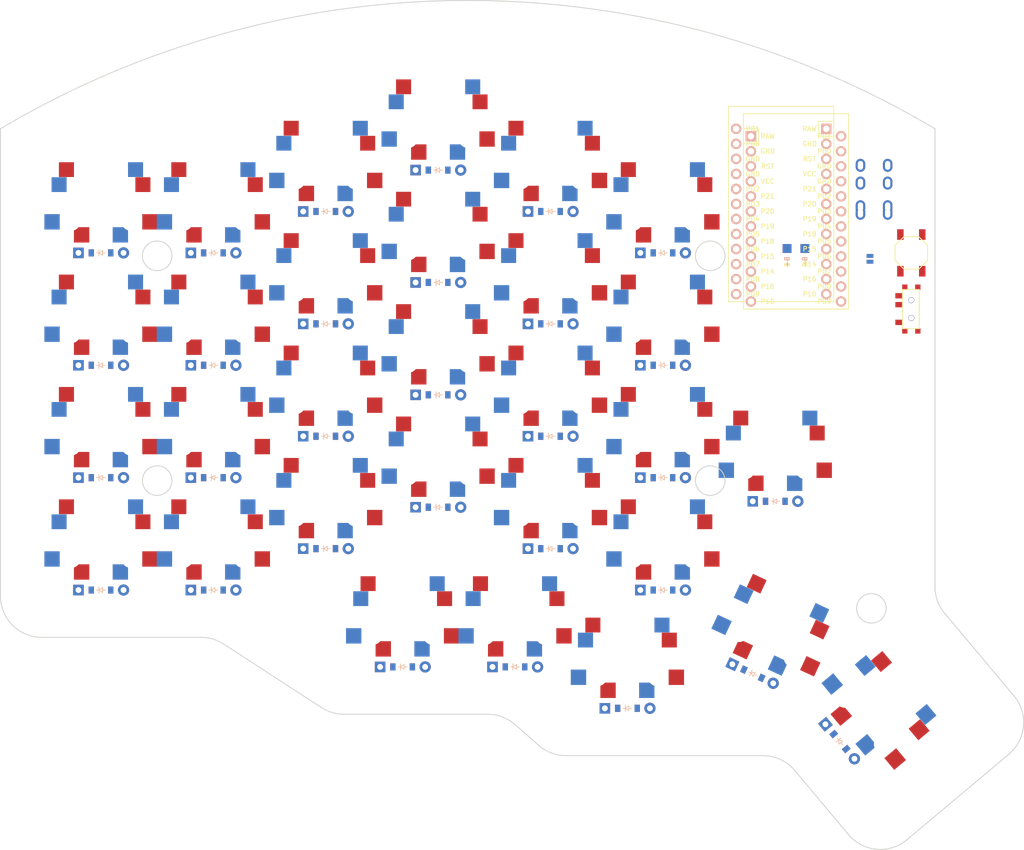
<source format=kicad_pcb>
(kicad_pcb (version 20171130) (host pcbnew 5.1.6)
  (title_block (title moon60Tray) (rev v1.0.0) (company Unknown))
  (layers (0 F.Cu signal) (31 B.Cu signal) (34 B.Paste user) (35 F.Paste user) (36 B.SilkS user) (37 F.SilkS user) (38 B.Mask user) (39 F.Mask user) (44 Edge.Cuts user))
  (net 0 "")
  (net 1 "P21")
  (net 2 "P7")
  (net 3 "P6")
  (net 4 "P5")
  (net 5 "P4")
  (net 6 "P20")
  (net 7 "P19")
  (net 8 "P18")
  (net 9 "P15")
  (net 10 "P14")
  (net 11 "P8")
  (net 12 "RAW")
  (net 13 "GND")
  (net 14 "RST")
  (net 15 "VCC")
  (net 16 "P16")
  (net 17 "P10")
  (net 18 "P1")
  (net 19 "P0")
  (net 20 "P2")
  (net 21 "P3")
  (net 22 "P9")
  (net 23 "pos")
  (net 24 "Bplus")
  (module PG1350 (layer F.Cu) (at 0 0 180)
    (fp_text reference "S1" hide)
    (fp_text value "" hide)
    (pad "" np_thru_hole circle (at 0 0) (size 3.429 3.429) (drill 3.429) (layers *.Cu *.Mask))
    (pad "" np_thru_hole circle (at 5.5 0) (size 1.7018 1.7018) (drill 1.7018) (layers *.Cu *.Mask))
    (pad "" np_thru_hole circle (at -5.5 0) (size 1.7018 1.7018) (drill 1.7018) (layers *.Cu *.Mask))
    (pad "" np_thru_hole circle (at 5 -3.75) (size 3 3) (drill 3) (layers *.Cu *.Mask))
    (pad "" np_thru_hole circle (at 0 -5.95) (size 3 3) (drill 3) (layers *.Cu *.Mask))
    (pad 1 smd rect (at -3.275 -5.95 180) (size 2.6 2.6) (layers B.Cu B.Paste B.Mask) (net 1 "P21"))
    (pad 2 smd rect (at 8.275 -3.75 180) (size 2.6 2.6) (layers B.Cu B.Paste B.Mask) (net 2 "P7"))
    (pad "" np_thru_hole circle (at -5 -3.75) (size 3 3) (drill 3) (layers *.Cu *.Mask))
    (pad "" np_thru_hole circle (at 0 -5.95) (size 3 3) (drill 3) (layers *.Cu *.Mask))
    (pad 1 smd rect (at 3.275 -5.95 180) (size 2.6 2.6) (layers F.Cu F.Paste F.Mask) (net 1 "P21"))
    (pad 2 smd rect (at -8.275 -3.75 180) (size 2.6 2.6) (layers F.Cu F.Paste F.Mask) (net 2 "P7"))
  )
  (module MX (layer F.Cu) (at 0 0 0)
    (fp_text reference "S2" hide)
    (fp_text value "" hide)
    (pad "" np_thru_hole circle (at 0 0) (size 3.9878 3.9878) (drill 3.9878) (layers *.Cu *.Mask))
    (pad "" np_thru_hole circle (at 5.08 0) (size 1.7018 1.7018) (drill 1.7018) (layers *.Cu *.Mask))
    (pad "" np_thru_hole circle (at -5.08 0) (size 1.7018 1.7018) (drill 1.7018) (layers *.Cu *.Mask))
    (pad "" np_thru_hole circle (at 2.54 -5.08) (size 3 3) (drill 3) (layers *.Cu *.Mask))
    (pad "" np_thru_hole circle (at -3.81 -2.54) (size 3 3) (drill 3) (layers *.Cu *.Mask))
    (pad 1 smd rect (at -7.085 -2.54 180) (size 2.55 2.5) (layers B.Cu B.Paste B.Mask) (net 2 "P7"))
    (pad 2 smd rect (at 5.842 -5.08 180) (size 2.55 2.5) (layers B.Cu B.Paste B.Mask) (net 1 "P21"))
    (pad "" np_thru_hole circle (at -2.54 -5.08) (size 3 3) (drill 3) (layers *.Cu *.Mask))
    (pad "" np_thru_hole circle (at 3.81 -2.54) (size 3 3) (drill 3) (layers *.Cu *.Mask))
    (pad 1 smd rect (at 7.085 -2.54 180) (size 2.55 2.5) (layers F.Cu F.Paste F.Mask) (net 2 "P7"))
    (pad 2 smd rect (at -5.842 -5.08 180) (size 2.55 2.5) (layers F.Cu F.Paste F.Mask) (net 1 "P21"))
  )
  (module ComboDiode (layer F.Cu) (at 0 9 0)
    (fp_text reference "D1" hide)
    (fp_text value "" hide)
    (pad 1 smd rect (at -1.65 0 0) (size 0.9 1.2) (layers F.Cu F.Paste F.Mask) (net 2 "P7"))
    (pad 2 smd rect (at 1.65 0 0) (size 0.9 1.2) (layers B.Cu B.Paste B.Mask) (net 1 "P21"))
    (pad 1 smd rect (at -1.65 0 0) (size 0.9 1.2) (layers B.Cu B.Paste B.Mask) (net 2 "P7"))
    (pad 2 smd rect (at 1.65 0 0) (size 0.9 1.2) (layers F.Cu F.Paste F.Mask) (net 1 "P21"))
    (pad 1 thru_hole circle (at 3.81 0 0) (size 1.905 1.905) (drill 0.9906) (layers *.Cu *.Mask) (net 1 "P21"))
    (pad 2 thru_hole rect (at -3.81 0 0) (size 1.778 1.778) (drill 0.9906) (layers *.Cu *.Mask) (net 2 "P7"))
  )
  (module PG1350 (layer F.Cu) (at 0 -19 180)
    (fp_text reference "S3" hide)
    (fp_text value "" hide)
    (pad "" np_thru_hole circle (at 0 0) (size 3.429 3.429) (drill 3.429) (layers *.Cu *.Mask))
    (pad "" np_thru_hole circle (at 5.5 0) (size 1.7018 1.7018) (drill 1.7018) (layers *.Cu *.Mask))
    (pad "" np_thru_hole circle (at -5.5 0) (size 1.7018 1.7018) (drill 1.7018) (layers *.Cu *.Mask))
    (pad "" np_thru_hole circle (at 5 -3.75) (size 3 3) (drill 3) (layers *.Cu *.Mask))
    (pad "" np_thru_hole circle (at 0 -5.95) (size 3 3) (drill 3) (layers *.Cu *.Mask))
    (pad 1 smd rect (at -3.275 -5.95 180) (size 2.6 2.6) (layers B.Cu B.Paste B.Mask) (net 1 "P21"))
    (pad 2 smd rect (at 8.275 -3.75 180) (size 2.6 2.6) (layers B.Cu B.Paste B.Mask) (net 3 "P6"))
    (pad "" np_thru_hole circle (at -5 -3.75) (size 3 3) (drill 3) (layers *.Cu *.Mask))
    (pad "" np_thru_hole circle (at 0 -5.95) (size 3 3) (drill 3) (layers *.Cu *.Mask))
    (pad 1 smd rect (at 3.275 -5.95 180) (size 2.6 2.6) (layers F.Cu F.Paste F.Mask) (net 1 "P21"))
    (pad 2 smd rect (at -8.275 -3.75 180) (size 2.6 2.6) (layers F.Cu F.Paste F.Mask) (net 3 "P6"))
  )
  (module MX (layer F.Cu) (at 0 -19 0)
    (fp_text reference "S4" hide)
    (fp_text value "" hide)
    (pad "" np_thru_hole circle (at 0 0) (size 3.9878 3.9878) (drill 3.9878) (layers *.Cu *.Mask))
    (pad "" np_thru_hole circle (at 5.08 0) (size 1.7018 1.7018) (drill 1.7018) (layers *.Cu *.Mask))
    (pad "" np_thru_hole circle (at -5.08 0) (size 1.7018 1.7018) (drill 1.7018) (layers *.Cu *.Mask))
    (pad "" np_thru_hole circle (at 2.54 -5.08) (size 3 3) (drill 3) (layers *.Cu *.Mask))
    (pad "" np_thru_hole circle (at -3.81 -2.54) (size 3 3) (drill 3) (layers *.Cu *.Mask))
    (pad 1 smd rect (at -7.085 -2.54 180) (size 2.55 2.5) (layers B.Cu B.Paste B.Mask) (net 3 "P6"))
    (pad 2 smd rect (at 5.842 -5.08 180) (size 2.55 2.5) (layers B.Cu B.Paste B.Mask) (net 1 "P21"))
    (pad "" np_thru_hole circle (at -2.54 -5.08) (size 3 3) (drill 3) (layers *.Cu *.Mask))
    (pad "" np_thru_hole circle (at 3.81 -2.54) (size 3 3) (drill 3) (layers *.Cu *.Mask))
    (pad 1 smd rect (at 7.085 -2.54 180) (size 2.55 2.5) (layers F.Cu F.Paste F.Mask) (net 3 "P6"))
    (pad 2 smd rect (at -5.842 -5.08 180) (size 2.55 2.5) (layers F.Cu F.Paste F.Mask) (net 1 "P21"))
  )
  (module ComboDiode (layer F.Cu) (at 0 -10 0)
    (fp_text reference "D2" hide)
    (fp_text value "" hide)
    (pad 1 smd rect (at -1.65 0 0) (size 0.9 1.2) (layers F.Cu F.Paste F.Mask) (net 3 "P6"))
    (pad 2 smd rect (at 1.65 0 0) (size 0.9 1.2) (layers B.Cu B.Paste B.Mask) (net 1 "P21"))
    (pad 1 smd rect (at -1.65 0 0) (size 0.9 1.2) (layers B.Cu B.Paste B.Mask) (net 3 "P6"))
    (pad 2 smd rect (at 1.65 0 0) (size 0.9 1.2) (layers F.Cu F.Paste F.Mask) (net 1 "P21"))
    (pad 1 thru_hole circle (at 3.81 0 0) (size 1.905 1.905) (drill 0.9906) (layers *.Cu *.Mask) (net 1 "P21"))
    (pad 2 thru_hole rect (at -3.81 0 0) (size 1.778 1.778) (drill 0.9906) (layers *.Cu *.Mask) (net 3 "P6"))
  )
  (module PG1350 (layer F.Cu) (at 0 -38 180)
    (fp_text reference "S5" hide)
    (fp_text value "" hide)
    (pad "" np_thru_hole circle (at 0 0) (size 3.429 3.429) (drill 3.429) (layers *.Cu *.Mask))
    (pad "" np_thru_hole circle (at 5.5 0) (size 1.7018 1.7018) (drill 1.7018) (layers *.Cu *.Mask))
    (pad "" np_thru_hole circle (at -5.5 0) (size 1.7018 1.7018) (drill 1.7018) (layers *.Cu *.Mask))
    (pad "" np_thru_hole circle (at 5 -3.75) (size 3 3) (drill 3) (layers *.Cu *.Mask))
    (pad "" np_thru_hole circle (at 0 -5.95) (size 3 3) (drill 3) (layers *.Cu *.Mask))
    (pad 1 smd rect (at -3.275 -5.95 180) (size 2.6 2.6) (layers B.Cu B.Paste B.Mask) (net 1 "P21"))
    (pad 2 smd rect (at 8.275 -3.75 180) (size 2.6 2.6) (layers B.Cu B.Paste B.Mask) (net 4 "P5"))
    (pad "" np_thru_hole circle (at -5 -3.75) (size 3 3) (drill 3) (layers *.Cu *.Mask))
    (pad "" np_thru_hole circle (at 0 -5.95) (size 3 3) (drill 3) (layers *.Cu *.Mask))
    (pad 1 smd rect (at 3.275 -5.95 180) (size 2.6 2.6) (layers F.Cu F.Paste F.Mask) (net 1 "P21"))
    (pad 2 smd rect (at -8.275 -3.75 180) (size 2.6 2.6) (layers F.Cu F.Paste F.Mask) (net 4 "P5"))
  )
  (module MX (layer F.Cu) (at 0 -38 0)
    (fp_text reference "S6" hide)
    (fp_text value "" hide)
    (pad "" np_thru_hole circle (at 0 0) (size 3.9878 3.9878) (drill 3.9878) (layers *.Cu *.Mask))
    (pad "" np_thru_hole circle (at 5.08 0) (size 1.7018 1.7018) (drill 1.7018) (layers *.Cu *.Mask))
    (pad "" np_thru_hole circle (at -5.08 0) (size 1.7018 1.7018) (drill 1.7018) (layers *.Cu *.Mask))
    (pad "" np_thru_hole circle (at 2.54 -5.08) (size 3 3) (drill 3) (layers *.Cu *.Mask))
    (pad "" np_thru_hole circle (at -3.81 -2.54) (size 3 3) (drill 3) (layers *.Cu *.Mask))
    (pad 1 smd rect (at -7.085 -2.54 180) (size 2.55 2.5) (layers B.Cu B.Paste B.Mask) (net 4 "P5"))
    (pad 2 smd rect (at 5.842 -5.08 180) (size 2.55 2.5) (layers B.Cu B.Paste B.Mask) (net 1 "P21"))
    (pad "" np_thru_hole circle (at -2.54 -5.08) (size 3 3) (drill 3) (layers *.Cu *.Mask))
    (pad "" np_thru_hole circle (at 3.81 -2.54) (size 3 3) (drill 3) (layers *.Cu *.Mask))
    (pad 1 smd rect (at 7.085 -2.54 180) (size 2.55 2.5) (layers F.Cu F.Paste F.Mask) (net 4 "P5"))
    (pad 2 smd rect (at -5.842 -5.08 180) (size 2.55 2.5) (layers F.Cu F.Paste F.Mask) (net 1 "P21"))
  )
  (module ComboDiode (layer F.Cu) (at 0 -29 0)
    (fp_text reference "D3" hide)
    (fp_text value "" hide)
    (pad 1 smd rect (at -1.65 0 0) (size 0.9 1.2) (layers F.Cu F.Paste F.Mask) (net 4 "P5"))
    (pad 2 smd rect (at 1.65 0 0) (size 0.9 1.2) (layers B.Cu B.Paste B.Mask) (net 1 "P21"))
    (pad 1 smd rect (at -1.65 0 0) (size 0.9 1.2) (layers B.Cu B.Paste B.Mask) (net 4 "P5"))
    (pad 2 smd rect (at 1.65 0 0) (size 0.9 1.2) (layers F.Cu F.Paste F.Mask) (net 1 "P21"))
    (pad 1 thru_hole circle (at 3.81 0 0) (size 1.905 1.905) (drill 0.9906) (layers *.Cu *.Mask) (net 1 "P21"))
    (pad 2 thru_hole rect (at -3.81 0 0) (size 1.778 1.778) (drill 0.9906) (layers *.Cu *.Mask) (net 4 "P5"))
  )
  (module PG1350 (layer F.Cu) (at 0 -57 180)
    (fp_text reference "S7" hide)
    (fp_text value "" hide)
    (pad "" np_thru_hole circle (at 0 0) (size 3.429 3.429) (drill 3.429) (layers *.Cu *.Mask))
    (pad "" np_thru_hole circle (at 5.5 0) (size 1.7018 1.7018) (drill 1.7018) (layers *.Cu *.Mask))
    (pad "" np_thru_hole circle (at -5.5 0) (size 1.7018 1.7018) (drill 1.7018) (layers *.Cu *.Mask))
    (pad "" np_thru_hole circle (at 5 -3.75) (size 3 3) (drill 3) (layers *.Cu *.Mask))
    (pad "" np_thru_hole circle (at 0 -5.95) (size 3 3) (drill 3) (layers *.Cu *.Mask))
    (pad 1 smd rect (at -3.275 -5.95 180) (size 2.6 2.6) (layers B.Cu B.Paste B.Mask) (net 1 "P21"))
    (pad 2 smd rect (at 8.275 -3.75 180) (size 2.6 2.6) (layers B.Cu B.Paste B.Mask) (net 5 "P4"))
    (pad "" np_thru_hole circle (at -5 -3.75) (size 3 3) (drill 3) (layers *.Cu *.Mask))
    (pad "" np_thru_hole circle (at 0 -5.95) (size 3 3) (drill 3) (layers *.Cu *.Mask))
    (pad 1 smd rect (at 3.275 -5.95 180) (size 2.6 2.6) (layers F.Cu F.Paste F.Mask) (net 1 "P21"))
    (pad 2 smd rect (at -8.275 -3.75 180) (size 2.6 2.6) (layers F.Cu F.Paste F.Mask) (net 5 "P4"))
  )
  (module MX (layer F.Cu) (at 0 -57 0)
    (fp_text reference "S8" hide)
    (fp_text value "" hide)
    (pad "" np_thru_hole circle (at 0 0) (size 3.9878 3.9878) (drill 3.9878) (layers *.Cu *.Mask))
    (pad "" np_thru_hole circle (at 5.08 0) (size 1.7018 1.7018) (drill 1.7018) (layers *.Cu *.Mask))
    (pad "" np_thru_hole circle (at -5.08 0) (size 1.7018 1.7018) (drill 1.7018) (layers *.Cu *.Mask))
    (pad "" np_thru_hole circle (at 2.54 -5.08) (size 3 3) (drill 3) (layers *.Cu *.Mask))
    (pad "" np_thru_hole circle (at -3.81 -2.54) (size 3 3) (drill 3) (layers *.Cu *.Mask))
    (pad 1 smd rect (at -7.085 -2.54 180) (size 2.55 2.5) (layers B.Cu B.Paste B.Mask) (net 5 "P4"))
    (pad 2 smd rect (at 5.842 -5.08 180) (size 2.55 2.5) (layers B.Cu B.Paste B.Mask) (net 1 "P21"))
    (pad "" np_thru_hole circle (at -2.54 -5.08) (size 3 3) (drill 3) (layers *.Cu *.Mask))
    (pad "" np_thru_hole circle (at 3.81 -2.54) (size 3 3) (drill 3) (layers *.Cu *.Mask))
    (pad 1 smd rect (at 7.085 -2.54 180) (size 2.55 2.5) (layers F.Cu F.Paste F.Mask) (net 5 "P4"))
    (pad 2 smd rect (at -5.842 -5.08 180) (size 2.55 2.5) (layers F.Cu F.Paste F.Mask) (net 1 "P21"))
  )
  (module ComboDiode (layer F.Cu) (at 0 -48 0)
    (fp_text reference "D4" hide)
    (fp_text value "" hide)
    (pad 1 smd rect (at -1.65 0 0) (size 0.9 1.2) (layers F.Cu F.Paste F.Mask) (net 5 "P4"))
    (pad 2 smd rect (at 1.65 0 0) (size 0.9 1.2) (layers B.Cu B.Paste B.Mask) (net 1 "P21"))
    (pad 1 smd rect (at -1.65 0 0) (size 0.9 1.2) (layers B.Cu B.Paste B.Mask) (net 5 "P4"))
    (pad 2 smd rect (at 1.65 0 0) (size 0.9 1.2) (layers F.Cu F.Paste F.Mask) (net 1 "P21"))
    (pad 1 thru_hole circle (at 3.81 0 0) (size 1.905 1.905) (drill 0.9906) (layers *.Cu *.Mask) (net 1 "P21"))
    (pad 2 thru_hole rect (at -3.81 0 0) (size 1.778 1.778) (drill 0.9906) (layers *.Cu *.Mask) (net 5 "P4"))
  )
  (module PG1350 (layer F.Cu) (at 19 0 180)
    (fp_text reference "S9" hide)
    (fp_text value "" hide)
    (pad "" np_thru_hole circle (at 0 0) (size 3.429 3.429) (drill 3.429) (layers *.Cu *.Mask))
    (pad "" np_thru_hole circle (at 5.5 0) (size 1.7018 1.7018) (drill 1.7018) (layers *.Cu *.Mask))
    (pad "" np_thru_hole circle (at -5.5 0) (size 1.7018 1.7018) (drill 1.7018) (layers *.Cu *.Mask))
    (pad "" np_thru_hole circle (at 5 -3.75) (size 3 3) (drill 3) (layers *.Cu *.Mask))
    (pad "" np_thru_hole circle (at 0 -5.95) (size 3 3) (drill 3) (layers *.Cu *.Mask))
    (pad 1 smd rect (at -3.275 -5.95 180) (size 2.6 2.6) (layers B.Cu B.Paste B.Mask) (net 6 "P20"))
    (pad 2 smd rect (at 8.275 -3.75 180) (size 2.6 2.6) (layers B.Cu B.Paste B.Mask) (net 2 "P7"))
    (pad "" np_thru_hole circle (at -5 -3.75) (size 3 3) (drill 3) (layers *.Cu *.Mask))
    (pad "" np_thru_hole circle (at 0 -5.95) (size 3 3) (drill 3) (layers *.Cu *.Mask))
    (pad 1 smd rect (at 3.275 -5.95 180) (size 2.6 2.6) (layers F.Cu F.Paste F.Mask) (net 6 "P20"))
    (pad 2 smd rect (at -8.275 -3.75 180) (size 2.6 2.6) (layers F.Cu F.Paste F.Mask) (net 2 "P7"))
  )
  (module MX (layer F.Cu) (at 19 0 0)
    (fp_text reference "S10" hide)
    (fp_text value "" hide)
    (pad "" np_thru_hole circle (at 0 0) (size 3.9878 3.9878) (drill 3.9878) (layers *.Cu *.Mask))
    (pad "" np_thru_hole circle (at 5.08 0) (size 1.7018 1.7018) (drill 1.7018) (layers *.Cu *.Mask))
    (pad "" np_thru_hole circle (at -5.08 0) (size 1.7018 1.7018) (drill 1.7018) (layers *.Cu *.Mask))
    (pad "" np_thru_hole circle (at 2.54 -5.08) (size 3 3) (drill 3) (layers *.Cu *.Mask))
    (pad "" np_thru_hole circle (at -3.81 -2.54) (size 3 3) (drill 3) (layers *.Cu *.Mask))
    (pad 1 smd rect (at -7.085 -2.54 180) (size 2.55 2.5) (layers B.Cu B.Paste B.Mask) (net 2 "P7"))
    (pad 2 smd rect (at 5.842 -5.08 180) (size 2.55 2.5) (layers B.Cu B.Paste B.Mask) (net 6 "P20"))
    (pad "" np_thru_hole circle (at -2.54 -5.08) (size 3 3) (drill 3) (layers *.Cu *.Mask))
    (pad "" np_thru_hole circle (at 3.81 -2.54) (size 3 3) (drill 3) (layers *.Cu *.Mask))
    (pad 1 smd rect (at 7.085 -2.54 180) (size 2.55 2.5) (layers F.Cu F.Paste F.Mask) (net 2 "P7"))
    (pad 2 smd rect (at -5.842 -5.08 180) (size 2.55 2.5) (layers F.Cu F.Paste F.Mask) (net 6 "P20"))
  )
  (module ComboDiode (layer F.Cu) (at 19 9 0)
    (fp_text reference "D5" hide)
    (fp_text value "" hide)
    (pad 1 smd rect (at -1.65 0 0) (size 0.9 1.2) (layers F.Cu F.Paste F.Mask) (net 2 "P7"))
    (pad 2 smd rect (at 1.65 0 0) (size 0.9 1.2) (layers B.Cu B.Paste B.Mask) (net 6 "P20"))
    (pad 1 smd rect (at -1.65 0 0) (size 0.9 1.2) (layers B.Cu B.Paste B.Mask) (net 2 "P7"))
    (pad 2 smd rect (at 1.65 0 0) (size 0.9 1.2) (layers F.Cu F.Paste F.Mask) (net 6 "P20"))
    (pad 1 thru_hole circle (at 3.81 0 0) (size 1.905 1.905) (drill 0.9906) (layers *.Cu *.Mask) (net 6 "P20"))
    (pad 2 thru_hole rect (at -3.81 0 0) (size 1.778 1.778) (drill 0.9906) (layers *.Cu *.Mask) (net 2 "P7"))
  )
  (module PG1350 (layer F.Cu) (at 19 -19 180)
    (fp_text reference "S11" hide)
    (fp_text value "" hide)
    (pad "" np_thru_hole circle (at 0 0) (size 3.429 3.429) (drill 3.429) (layers *.Cu *.Mask))
    (pad "" np_thru_hole circle (at 5.5 0) (size 1.7018 1.7018) (drill 1.7018) (layers *.Cu *.Mask))
    (pad "" np_thru_hole circle (at -5.5 0) (size 1.7018 1.7018) (drill 1.7018) (layers *.Cu *.Mask))
    (pad "" np_thru_hole circle (at 5 -3.75) (size 3 3) (drill 3) (layers *.Cu *.Mask))
    (pad "" np_thru_hole circle (at 0 -5.95) (size 3 3) (drill 3) (layers *.Cu *.Mask))
    (pad 1 smd rect (at -3.275 -5.95 180) (size 2.6 2.6) (layers B.Cu B.Paste B.Mask) (net 6 "P20"))
    (pad 2 smd rect (at 8.275 -3.75 180) (size 2.6 2.6) (layers B.Cu B.Paste B.Mask) (net 3 "P6"))
    (pad "" np_thru_hole circle (at -5 -3.75) (size 3 3) (drill 3) (layers *.Cu *.Mask))
    (pad "" np_thru_hole circle (at 0 -5.95) (size 3 3) (drill 3) (layers *.Cu *.Mask))
    (pad 1 smd rect (at 3.275 -5.95 180) (size 2.6 2.6) (layers F.Cu F.Paste F.Mask) (net 6 "P20"))
    (pad 2 smd rect (at -8.275 -3.75 180) (size 2.6 2.6) (layers F.Cu F.Paste F.Mask) (net 3 "P6"))
  )
  (module MX (layer F.Cu) (at 19 -19 0)
    (fp_text reference "S12" hide)
    (fp_text value "" hide)
    (pad "" np_thru_hole circle (at 0 0) (size 3.9878 3.9878) (drill 3.9878) (layers *.Cu *.Mask))
    (pad "" np_thru_hole circle (at 5.08 0) (size 1.7018 1.7018) (drill 1.7018) (layers *.Cu *.Mask))
    (pad "" np_thru_hole circle (at -5.08 0) (size 1.7018 1.7018) (drill 1.7018) (layers *.Cu *.Mask))
    (pad "" np_thru_hole circle (at 2.54 -5.08) (size 3 3) (drill 3) (layers *.Cu *.Mask))
    (pad "" np_thru_hole circle (at -3.81 -2.54) (size 3 3) (drill 3) (layers *.Cu *.Mask))
    (pad 1 smd rect (at -7.085 -2.54 180) (size 2.55 2.5) (layers B.Cu B.Paste B.Mask) (net 3 "P6"))
    (pad 2 smd rect (at 5.842 -5.08 180) (size 2.55 2.5) (layers B.Cu B.Paste B.Mask) (net 6 "P20"))
    (pad "" np_thru_hole circle (at -2.54 -5.08) (size 3 3) (drill 3) (layers *.Cu *.Mask))
    (pad "" np_thru_hole circle (at 3.81 -2.54) (size 3 3) (drill 3) (layers *.Cu *.Mask))
    (pad 1 smd rect (at 7.085 -2.54 180) (size 2.55 2.5) (layers F.Cu F.Paste F.Mask) (net 3 "P6"))
    (pad 2 smd rect (at -5.842 -5.08 180) (size 2.55 2.5) (layers F.Cu F.Paste F.Mask) (net 6 "P20"))
  )
  (module ComboDiode (layer F.Cu) (at 19 -10 0)
    (fp_text reference "D6" hide)
    (fp_text value "" hide)
    (pad 1 smd rect (at -1.65 0 0) (size 0.9 1.2) (layers F.Cu F.Paste F.Mask) (net 3 "P6"))
    (pad 2 smd rect (at 1.65 0 0) (size 0.9 1.2) (layers B.Cu B.Paste B.Mask) (net 6 "P20"))
    (pad 1 smd rect (at -1.65 0 0) (size 0.9 1.2) (layers B.Cu B.Paste B.Mask) (net 3 "P6"))
    (pad 2 smd rect (at 1.65 0 0) (size 0.9 1.2) (layers F.Cu F.Paste F.Mask) (net 6 "P20"))
    (pad 1 thru_hole circle (at 3.81 0 0) (size 1.905 1.905) (drill 0.9906) (layers *.Cu *.Mask) (net 6 "P20"))
    (pad 2 thru_hole rect (at -3.81 0 0) (size 1.778 1.778) (drill 0.9906) (layers *.Cu *.Mask) (net 3 "P6"))
  )
  (module PG1350 (layer F.Cu) (at 19 -38 180)
    (fp_text reference "S13" hide)
    (fp_text value "" hide)
    (pad "" np_thru_hole circle (at 0 0) (size 3.429 3.429) (drill 3.429) (layers *.Cu *.Mask))
    (pad "" np_thru_hole circle (at 5.5 0) (size 1.7018 1.7018) (drill 1.7018) (layers *.Cu *.Mask))
    (pad "" np_thru_hole circle (at -5.5 0) (size 1.7018 1.7018) (drill 1.7018) (layers *.Cu *.Mask))
    (pad "" np_thru_hole circle (at 5 -3.75) (size 3 3) (drill 3) (layers *.Cu *.Mask))
    (pad "" np_thru_hole circle (at 0 -5.95) (size 3 3) (drill 3) (layers *.Cu *.Mask))
    (pad 1 smd rect (at -3.275 -5.95 180) (size 2.6 2.6) (layers B.Cu B.Paste B.Mask) (net 6 "P20"))
    (pad 2 smd rect (at 8.275 -3.75 180) (size 2.6 2.6) (layers B.Cu B.Paste B.Mask) (net 4 "P5"))
    (pad "" np_thru_hole circle (at -5 -3.75) (size 3 3) (drill 3) (layers *.Cu *.Mask))
    (pad "" np_thru_hole circle (at 0 -5.95) (size 3 3) (drill 3) (layers *.Cu *.Mask))
    (pad 1 smd rect (at 3.275 -5.95 180) (size 2.6 2.6) (layers F.Cu F.Paste F.Mask) (net 6 "P20"))
    (pad 2 smd rect (at -8.275 -3.75 180) (size 2.6 2.6) (layers F.Cu F.Paste F.Mask) (net 4 "P5"))
  )
  (module MX (layer F.Cu) (at 19 -38 0)
    (fp_text reference "S14" hide)
    (fp_text value "" hide)
    (pad "" np_thru_hole circle (at 0 0) (size 3.9878 3.9878) (drill 3.9878) (layers *.Cu *.Mask))
    (pad "" np_thru_hole circle (at 5.08 0) (size 1.7018 1.7018) (drill 1.7018) (layers *.Cu *.Mask))
    (pad "" np_thru_hole circle (at -5.08 0) (size 1.7018 1.7018) (drill 1.7018) (layers *.Cu *.Mask))
    (pad "" np_thru_hole circle (at 2.54 -5.08) (size 3 3) (drill 3) (layers *.Cu *.Mask))
    (pad "" np_thru_hole circle (at -3.81 -2.54) (size 3 3) (drill 3) (layers *.Cu *.Mask))
    (pad 1 smd rect (at -7.085 -2.54 180) (size 2.55 2.5) (layers B.Cu B.Paste B.Mask) (net 4 "P5"))
    (pad 2 smd rect (at 5.842 -5.08 180) (size 2.55 2.5) (layers B.Cu B.Paste B.Mask) (net 6 "P20"))
    (pad "" np_thru_hole circle (at -2.54 -5.08) (size 3 3) (drill 3) (layers *.Cu *.Mask))
    (pad "" np_thru_hole circle (at 3.81 -2.54) (size 3 3) (drill 3) (layers *.Cu *.Mask))
    (pad 1 smd rect (at 7.085 -2.54 180) (size 2.55 2.5) (layers F.Cu F.Paste F.Mask) (net 4 "P5"))
    (pad 2 smd rect (at -5.842 -5.08 180) (size 2.55 2.5) (layers F.Cu F.Paste F.Mask) (net 6 "P20"))
  )
  (module ComboDiode (layer F.Cu) (at 19 -29 0)
    (fp_text reference "D7" hide)
    (fp_text value "" hide)
    (pad 1 smd rect (at -1.65 0 0) (size 0.9 1.2) (layers F.Cu F.Paste F.Mask) (net 4 "P5"))
    (pad 2 smd rect (at 1.65 0 0) (size 0.9 1.2) (layers B.Cu B.Paste B.Mask) (net 6 "P20"))
    (pad 1 smd rect (at -1.65 0 0) (size 0.9 1.2) (layers B.Cu B.Paste B.Mask) (net 4 "P5"))
    (pad 2 smd rect (at 1.65 0 0) (size 0.9 1.2) (layers F.Cu F.Paste F.Mask) (net 6 "P20"))
    (pad 1 thru_hole circle (at 3.81 0 0) (size 1.905 1.905) (drill 0.9906) (layers *.Cu *.Mask) (net 6 "P20"))
    (pad 2 thru_hole rect (at -3.81 0 0) (size 1.778 1.778) (drill 0.9906) (layers *.Cu *.Mask) (net 4 "P5"))
  )
  (module PG1350 (layer F.Cu) (at 19 -57 180)
    (fp_text reference "S15" hide)
    (fp_text value "" hide)
    (pad "" np_thru_hole circle (at 0 0) (size 3.429 3.429) (drill 3.429) (layers *.Cu *.Mask))
    (pad "" np_thru_hole circle (at 5.5 0) (size 1.7018 1.7018) (drill 1.7018) (layers *.Cu *.Mask))
    (pad "" np_thru_hole circle (at -5.5 0) (size 1.7018 1.7018) (drill 1.7018) (layers *.Cu *.Mask))
    (pad "" np_thru_hole circle (at 5 -3.75) (size 3 3) (drill 3) (layers *.Cu *.Mask))
    (pad "" np_thru_hole circle (at 0 -5.95) (size 3 3) (drill 3) (layers *.Cu *.Mask))
    (pad 1 smd rect (at -3.275 -5.95 180) (size 2.6 2.6) (layers B.Cu B.Paste B.Mask) (net 6 "P20"))
    (pad 2 smd rect (at 8.275 -3.75 180) (size 2.6 2.6) (layers B.Cu B.Paste B.Mask) (net 5 "P4"))
    (pad "" np_thru_hole circle (at -5 -3.75) (size 3 3) (drill 3) (layers *.Cu *.Mask))
    (pad "" np_thru_hole circle (at 0 -5.95) (size 3 3) (drill 3) (layers *.Cu *.Mask))
    (pad 1 smd rect (at 3.275 -5.95 180) (size 2.6 2.6) (layers F.Cu F.Paste F.Mask) (net 6 "P20"))
    (pad 2 smd rect (at -8.275 -3.75 180) (size 2.6 2.6) (layers F.Cu F.Paste F.Mask) (net 5 "P4"))
  )
  (module MX (layer F.Cu) (at 19 -57 0)
    (fp_text reference "S16" hide)
    (fp_text value "" hide)
    (pad "" np_thru_hole circle (at 0 0) (size 3.9878 3.9878) (drill 3.9878) (layers *.Cu *.Mask))
    (pad "" np_thru_hole circle (at 5.08 0) (size 1.7018 1.7018) (drill 1.7018) (layers *.Cu *.Mask))
    (pad "" np_thru_hole circle (at -5.08 0) (size 1.7018 1.7018) (drill 1.7018) (layers *.Cu *.Mask))
    (pad "" np_thru_hole circle (at 2.54 -5.08) (size 3 3) (drill 3) (layers *.Cu *.Mask))
    (pad "" np_thru_hole circle (at -3.81 -2.54) (size 3 3) (drill 3) (layers *.Cu *.Mask))
    (pad 1 smd rect (at -7.085 -2.54 180) (size 2.55 2.5) (layers B.Cu B.Paste B.Mask) (net 5 "P4"))
    (pad 2 smd rect (at 5.842 -5.08 180) (size 2.55 2.5) (layers B.Cu B.Paste B.Mask) (net 6 "P20"))
    (pad "" np_thru_hole circle (at -2.54 -5.08) (size 3 3) (drill 3) (layers *.Cu *.Mask))
    (pad "" np_thru_hole circle (at 3.81 -2.54) (size 3 3) (drill 3) (layers *.Cu *.Mask))
    (pad 1 smd rect (at 7.085 -2.54 180) (size 2.55 2.5) (layers F.Cu F.Paste F.Mask) (net 5 "P4"))
    (pad 2 smd rect (at -5.842 -5.08 180) (size 2.55 2.5) (layers F.Cu F.Paste F.Mask) (net 6 "P20"))
  )
  (module ComboDiode (layer F.Cu) (at 19 -48 0)
    (fp_text reference "D8" hide)
    (fp_text value "" hide)
    (pad 1 smd rect (at -1.65 0 0) (size 0.9 1.2) (layers F.Cu F.Paste F.Mask) (net 5 "P4"))
    (pad 2 smd rect (at 1.65 0 0) (size 0.9 1.2) (layers B.Cu B.Paste B.Mask) (net 6 "P20"))
    (pad 1 smd rect (at -1.65 0 0) (size 0.9 1.2) (layers B.Cu B.Paste B.Mask) (net 5 "P4"))
    (pad 2 smd rect (at 1.65 0 0) (size 0.9 1.2) (layers F.Cu F.Paste F.Mask) (net 6 "P20"))
    (pad 1 thru_hole circle (at 3.81 0 0) (size 1.905 1.905) (drill 0.9906) (layers *.Cu *.Mask) (net 6 "P20"))
    (pad 2 thru_hole rect (at -3.81 0 0) (size 1.778 1.778) (drill 0.9906) (layers *.Cu *.Mask) (net 5 "P4"))
  )
  (module PG1350 (layer F.Cu) (at 38 -7 180)
    (fp_text reference "S17" hide)
    (fp_text value "" hide)
    (pad "" np_thru_hole circle (at 0 0) (size 3.429 3.429) (drill 3.429) (layers *.Cu *.Mask))
    (pad "" np_thru_hole circle (at 5.5 0) (size 1.7018 1.7018) (drill 1.7018) (layers *.Cu *.Mask))
    (pad "" np_thru_hole circle (at -5.5 0) (size 1.7018 1.7018) (drill 1.7018) (layers *.Cu *.Mask))
    (pad "" np_thru_hole circle (at 5 -3.75) (size 3 3) (drill 3) (layers *.Cu *.Mask))
    (pad "" np_thru_hole circle (at 0 -5.95) (size 3 3) (drill 3) (layers *.Cu *.Mask))
    (pad 1 smd rect (at -3.275 -5.95 180) (size 2.6 2.6) (layers B.Cu B.Paste B.Mask) (net 7 "P19"))
    (pad 2 smd rect (at 8.275 -3.75 180) (size 2.6 2.6) (layers B.Cu B.Paste B.Mask) (net 2 "P7"))
    (pad "" np_thru_hole circle (at -5 -3.75) (size 3 3) (drill 3) (layers *.Cu *.Mask))
    (pad "" np_thru_hole circle (at 0 -5.95) (size 3 3) (drill 3) (layers *.Cu *.Mask))
    (pad 1 smd rect (at 3.275 -5.95 180) (size 2.6 2.6) (layers F.Cu F.Paste F.Mask) (net 7 "P19"))
    (pad 2 smd rect (at -8.275 -3.75 180) (size 2.6 2.6) (layers F.Cu F.Paste F.Mask) (net 2 "P7"))
  )
  (module MX (layer F.Cu) (at 38 -7 0)
    (fp_text reference "S18" hide)
    (fp_text value "" hide)
    (pad "" np_thru_hole circle (at 0 0) (size 3.9878 3.9878) (drill 3.9878) (layers *.Cu *.Mask))
    (pad "" np_thru_hole circle (at 5.08 0) (size 1.7018 1.7018) (drill 1.7018) (layers *.Cu *.Mask))
    (pad "" np_thru_hole circle (at -5.08 0) (size 1.7018 1.7018) (drill 1.7018) (layers *.Cu *.Mask))
    (pad "" np_thru_hole circle (at 2.54 -5.08) (size 3 3) (drill 3) (layers *.Cu *.Mask))
    (pad "" np_thru_hole circle (at -3.81 -2.54) (size 3 3) (drill 3) (layers *.Cu *.Mask))
    (pad 1 smd rect (at -7.085 -2.54 180) (size 2.55 2.5) (layers B.Cu B.Paste B.Mask) (net 2 "P7"))
    (pad 2 smd rect (at 5.842 -5.08 180) (size 2.55 2.5) (layers B.Cu B.Paste B.Mask) (net 7 "P19"))
    (pad "" np_thru_hole circle (at -2.54 -5.08) (size 3 3) (drill 3) (layers *.Cu *.Mask))
    (pad "" np_thru_hole circle (at 3.81 -2.54) (size 3 3) (drill 3) (layers *.Cu *.Mask))
    (pad 1 smd rect (at 7.085 -2.54 180) (size 2.55 2.5) (layers F.Cu F.Paste F.Mask) (net 2 "P7"))
    (pad 2 smd rect (at -5.842 -5.08 180) (size 2.55 2.5) (layers F.Cu F.Paste F.Mask) (net 7 "P19"))
  )
  (module ComboDiode (layer F.Cu) (at 38 2 0)
    (fp_text reference "D9" hide)
    (fp_text value "" hide)
    (pad 1 smd rect (at -1.65 0 0) (size 0.9 1.2) (layers F.Cu F.Paste F.Mask) (net 2 "P7"))
    (pad 2 smd rect (at 1.65 0 0) (size 0.9 1.2) (layers B.Cu B.Paste B.Mask) (net 7 "P19"))
    (pad 1 smd rect (at -1.65 0 0) (size 0.9 1.2) (layers B.Cu B.Paste B.Mask) (net 2 "P7"))
    (pad 2 smd rect (at 1.65 0 0) (size 0.9 1.2) (layers F.Cu F.Paste F.Mask) (net 7 "P19"))
    (pad 1 thru_hole circle (at 3.81 0 0) (size 1.905 1.905) (drill 0.9906) (layers *.Cu *.Mask) (net 7 "P19"))
    (pad 2 thru_hole rect (at -3.81 0 0) (size 1.778 1.778) (drill 0.9906) (layers *.Cu *.Mask) (net 2 "P7"))
  )
  (module PG1350 (layer F.Cu) (at 38 -26 180)
    (fp_text reference "S19" hide)
    (fp_text value "" hide)
    (pad "" np_thru_hole circle (at 0 0) (size 3.429 3.429) (drill 3.429) (layers *.Cu *.Mask))
    (pad "" np_thru_hole circle (at 5.5 0) (size 1.7018 1.7018) (drill 1.7018) (layers *.Cu *.Mask))
    (pad "" np_thru_hole circle (at -5.5 0) (size 1.7018 1.7018) (drill 1.7018) (layers *.Cu *.Mask))
    (pad "" np_thru_hole circle (at 5 -3.75) (size 3 3) (drill 3) (layers *.Cu *.Mask))
    (pad "" np_thru_hole circle (at 0 -5.95) (size 3 3) (drill 3) (layers *.Cu *.Mask))
    (pad 1 smd rect (at -3.275 -5.95 180) (size 2.6 2.6) (layers B.Cu B.Paste B.Mask) (net 7 "P19"))
    (pad 2 smd rect (at 8.275 -3.75 180) (size 2.6 2.6) (layers B.Cu B.Paste B.Mask) (net 3 "P6"))
    (pad "" np_thru_hole circle (at -5 -3.75) (size 3 3) (drill 3) (layers *.Cu *.Mask))
    (pad "" np_thru_hole circle (at 0 -5.95) (size 3 3) (drill 3) (layers *.Cu *.Mask))
    (pad 1 smd rect (at 3.275 -5.95 180) (size 2.6 2.6) (layers F.Cu F.Paste F.Mask) (net 7 "P19"))
    (pad 2 smd rect (at -8.275 -3.75 180) (size 2.6 2.6) (layers F.Cu F.Paste F.Mask) (net 3 "P6"))
  )
  (module MX (layer F.Cu) (at 38 -26 0)
    (fp_text reference "S20" hide)
    (fp_text value "" hide)
    (pad "" np_thru_hole circle (at 0 0) (size 3.9878 3.9878) (drill 3.9878) (layers *.Cu *.Mask))
    (pad "" np_thru_hole circle (at 5.08 0) (size 1.7018 1.7018) (drill 1.7018) (layers *.Cu *.Mask))
    (pad "" np_thru_hole circle (at -5.08 0) (size 1.7018 1.7018) (drill 1.7018) (layers *.Cu *.Mask))
    (pad "" np_thru_hole circle (at 2.54 -5.08) (size 3 3) (drill 3) (layers *.Cu *.Mask))
    (pad "" np_thru_hole circle (at -3.81 -2.54) (size 3 3) (drill 3) (layers *.Cu *.Mask))
    (pad 1 smd rect (at -7.085 -2.54 180) (size 2.55 2.5) (layers B.Cu B.Paste B.Mask) (net 3 "P6"))
    (pad 2 smd rect (at 5.842 -5.08 180) (size 2.55 2.5) (layers B.Cu B.Paste B.Mask) (net 7 "P19"))
    (pad "" np_thru_hole circle (at -2.54 -5.08) (size 3 3) (drill 3) (layers *.Cu *.Mask))
    (pad "" np_thru_hole circle (at 3.81 -2.54) (size 3 3) (drill 3) (layers *.Cu *.Mask))
    (pad 1 smd rect (at 7.085 -2.54 180) (size 2.55 2.5) (layers F.Cu F.Paste F.Mask) (net 3 "P6"))
    (pad 2 smd rect (at -5.842 -5.08 180) (size 2.55 2.5) (layers F.Cu F.Paste F.Mask) (net 7 "P19"))
  )
  (module ComboDiode (layer F.Cu) (at 38 -17 0)
    (fp_text reference "D10" hide)
    (fp_text value "" hide)
    (pad 1 smd rect (at -1.65 0 0) (size 0.9 1.2) (layers F.Cu F.Paste F.Mask) (net 3 "P6"))
    (pad 2 smd rect (at 1.65 0 0) (size 0.9 1.2) (layers B.Cu B.Paste B.Mask) (net 7 "P19"))
    (pad 1 smd rect (at -1.65 0 0) (size 0.9 1.2) (layers B.Cu B.Paste B.Mask) (net 3 "P6"))
    (pad 2 smd rect (at 1.65 0 0) (size 0.9 1.2) (layers F.Cu F.Paste F.Mask) (net 7 "P19"))
    (pad 1 thru_hole circle (at 3.81 0 0) (size 1.905 1.905) (drill 0.9906) (layers *.Cu *.Mask) (net 7 "P19"))
    (pad 2 thru_hole rect (at -3.81 0 0) (size 1.778 1.778) (drill 0.9906) (layers *.Cu *.Mask) (net 3 "P6"))
  )
  (module PG1350 (layer F.Cu) (at 38 -45 180)
    (fp_text reference "S21" hide)
    (fp_text value "" hide)
    (pad "" np_thru_hole circle (at 0 0) (size 3.429 3.429) (drill 3.429) (layers *.Cu *.Mask))
    (pad "" np_thru_hole circle (at 5.5 0) (size 1.7018 1.7018) (drill 1.7018) (layers *.Cu *.Mask))
    (pad "" np_thru_hole circle (at -5.5 0) (size 1.7018 1.7018) (drill 1.7018) (layers *.Cu *.Mask))
    (pad "" np_thru_hole circle (at 5 -3.75) (size 3 3) (drill 3) (layers *.Cu *.Mask))
    (pad "" np_thru_hole circle (at 0 -5.95) (size 3 3) (drill 3) (layers *.Cu *.Mask))
    (pad 1 smd rect (at -3.275 -5.95 180) (size 2.6 2.6) (layers B.Cu B.Paste B.Mask) (net 7 "P19"))
    (pad 2 smd rect (at 8.275 -3.75 180) (size 2.6 2.6) (layers B.Cu B.Paste B.Mask) (net 4 "P5"))
    (pad "" np_thru_hole circle (at -5 -3.75) (size 3 3) (drill 3) (layers *.Cu *.Mask))
    (pad "" np_thru_hole circle (at 0 -5.95) (size 3 3) (drill 3) (layers *.Cu *.Mask))
    (pad 1 smd rect (at 3.275 -5.95 180) (size 2.6 2.6) (layers F.Cu F.Paste F.Mask) (net 7 "P19"))
    (pad 2 smd rect (at -8.275 -3.75 180) (size 2.6 2.6) (layers F.Cu F.Paste F.Mask) (net 4 "P5"))
  )
  (module MX (layer F.Cu) (at 38 -45 0)
    (fp_text reference "S22" hide)
    (fp_text value "" hide)
    (pad "" np_thru_hole circle (at 0 0) (size 3.9878 3.9878) (drill 3.9878) (layers *.Cu *.Mask))
    (pad "" np_thru_hole circle (at 5.08 0) (size 1.7018 1.7018) (drill 1.7018) (layers *.Cu *.Mask))
    (pad "" np_thru_hole circle (at -5.08 0) (size 1.7018 1.7018) (drill 1.7018) (layers *.Cu *.Mask))
    (pad "" np_thru_hole circle (at 2.54 -5.08) (size 3 3) (drill 3) (layers *.Cu *.Mask))
    (pad "" np_thru_hole circle (at -3.81 -2.54) (size 3 3) (drill 3) (layers *.Cu *.Mask))
    (pad 1 smd rect (at -7.085 -2.54 180) (size 2.55 2.5) (layers B.Cu B.Paste B.Mask) (net 4 "P5"))
    (pad 2 smd rect (at 5.842 -5.08 180) (size 2.55 2.5) (layers B.Cu B.Paste B.Mask) (net 7 "P19"))
    (pad "" np_thru_hole circle (at -2.54 -5.08) (size 3 3) (drill 3) (layers *.Cu *.Mask))
    (pad "" np_thru_hole circle (at 3.81 -2.54) (size 3 3) (drill 3) (layers *.Cu *.Mask))
    (pad 1 smd rect (at 7.085 -2.54 180) (size 2.55 2.5) (layers F.Cu F.Paste F.Mask) (net 4 "P5"))
    (pad 2 smd rect (at -5.842 -5.08 180) (size 2.55 2.5) (layers F.Cu F.Paste F.Mask) (net 7 "P19"))
  )
  (module ComboDiode (layer F.Cu) (at 38 -36 0)
    (fp_text reference "D11" hide)
    (fp_text value "" hide)
    (pad 1 smd rect (at -1.65 0 0) (size 0.9 1.2) (layers F.Cu F.Paste F.Mask) (net 4 "P5"))
    (pad 2 smd rect (at 1.65 0 0) (size 0.9 1.2) (layers B.Cu B.Paste B.Mask) (net 7 "P19"))
    (pad 1 smd rect (at -1.65 0 0) (size 0.9 1.2) (layers B.Cu B.Paste B.Mask) (net 4 "P5"))
    (pad 2 smd rect (at 1.65 0 0) (size 0.9 1.2) (layers F.Cu F.Paste F.Mask) (net 7 "P19"))
    (pad 1 thru_hole circle (at 3.81 0 0) (size 1.905 1.905) (drill 0.9906) (layers *.Cu *.Mask) (net 7 "P19"))
    (pad 2 thru_hole rect (at -3.81 0 0) (size 1.778 1.778) (drill 0.9906) (layers *.Cu *.Mask) (net 4 "P5"))
  )
  (module PG1350 (layer F.Cu) (at 38 -64 180)
    (fp_text reference "S23" hide)
    (fp_text value "" hide)
    (pad "" np_thru_hole circle (at 0 0) (size 3.429 3.429) (drill 3.429) (layers *.Cu *.Mask))
    (pad "" np_thru_hole circle (at 5.5 0) (size 1.7018 1.7018) (drill 1.7018) (layers *.Cu *.Mask))
    (pad "" np_thru_hole circle (at -5.5 0) (size 1.7018 1.7018) (drill 1.7018) (layers *.Cu *.Mask))
    (pad "" np_thru_hole circle (at 5 -3.75) (size 3 3) (drill 3) (layers *.Cu *.Mask))
    (pad "" np_thru_hole circle (at 0 -5.95) (size 3 3) (drill 3) (layers *.Cu *.Mask))
    (pad 1 smd rect (at -3.275 -5.95 180) (size 2.6 2.6) (layers B.Cu B.Paste B.Mask) (net 7 "P19"))
    (pad 2 smd rect (at 8.275 -3.75 180) (size 2.6 2.6) (layers B.Cu B.Paste B.Mask) (net 5 "P4"))
    (pad "" np_thru_hole circle (at -5 -3.75) (size 3 3) (drill 3) (layers *.Cu *.Mask))
    (pad "" np_thru_hole circle (at 0 -5.95) (size 3 3) (drill 3) (layers *.Cu *.Mask))
    (pad 1 smd rect (at 3.275 -5.95 180) (size 2.6 2.6) (layers F.Cu F.Paste F.Mask) (net 7 "P19"))
    (pad 2 smd rect (at -8.275 -3.75 180) (size 2.6 2.6) (layers F.Cu F.Paste F.Mask) (net 5 "P4"))
  )
  (module MX (layer F.Cu) (at 38 -64 0)
    (fp_text reference "S24" hide)
    (fp_text value "" hide)
    (pad "" np_thru_hole circle (at 0 0) (size 3.9878 3.9878) (drill 3.9878) (layers *.Cu *.Mask))
    (pad "" np_thru_hole circle (at 5.08 0) (size 1.7018 1.7018) (drill 1.7018) (layers *.Cu *.Mask))
    (pad "" np_thru_hole circle (at -5.08 0) (size 1.7018 1.7018) (drill 1.7018) (layers *.Cu *.Mask))
    (pad "" np_thru_hole circle (at 2.54 -5.08) (size 3 3) (drill 3) (layers *.Cu *.Mask))
    (pad "" np_thru_hole circle (at -3.81 -2.54) (size 3 3) (drill 3) (layers *.Cu *.Mask))
    (pad 1 smd rect (at -7.085 -2.54 180) (size 2.55 2.5) (layers B.Cu B.Paste B.Mask) (net 5 "P4"))
    (pad 2 smd rect (at 5.842 -5.08 180) (size 2.55 2.5) (layers B.Cu B.Paste B.Mask) (net 7 "P19"))
    (pad "" np_thru_hole circle (at -2.54 -5.08) (size 3 3) (drill 3) (layers *.Cu *.Mask))
    (pad "" np_thru_hole circle (at 3.81 -2.54) (size 3 3) (drill 3) (layers *.Cu *.Mask))
    (pad 1 smd rect (at 7.085 -2.54 180) (size 2.55 2.5) (layers F.Cu F.Paste F.Mask) (net 5 "P4"))
    (pad 2 smd rect (at -5.842 -5.08 180) (size 2.55 2.5) (layers F.Cu F.Paste F.Mask) (net 7 "P19"))
  )
  (module ComboDiode (layer F.Cu) (at 38 -55 0)
    (fp_text reference "D12" hide)
    (fp_text value "" hide)
    (pad 1 smd rect (at -1.65 0 0) (size 0.9 1.2) (layers F.Cu F.Paste F.Mask) (net 5 "P4"))
    (pad 2 smd rect (at 1.65 0 0) (size 0.9 1.2) (layers B.Cu B.Paste B.Mask) (net 7 "P19"))
    (pad 1 smd rect (at -1.65 0 0) (size 0.9 1.2) (layers B.Cu B.Paste B.Mask) (net 5 "P4"))
    (pad 2 smd rect (at 1.65 0 0) (size 0.9 1.2) (layers F.Cu F.Paste F.Mask) (net 7 "P19"))
    (pad 1 thru_hole circle (at 3.81 0 0) (size 1.905 1.905) (drill 0.9906) (layers *.Cu *.Mask) (net 7 "P19"))
    (pad 2 thru_hole rect (at -3.81 0 0) (size 1.778 1.778) (drill 0.9906) (layers *.Cu *.Mask) (net 5 "P4"))
  )
  (module PG1350 (layer F.Cu) (at 57 -14 180)
    (fp_text reference "S25" hide)
    (fp_text value "" hide)
    (pad "" np_thru_hole circle (at 0 0) (size 3.429 3.429) (drill 3.429) (layers *.Cu *.Mask))
    (pad "" np_thru_hole circle (at 5.5 0) (size 1.7018 1.7018) (drill 1.7018) (layers *.Cu *.Mask))
    (pad "" np_thru_hole circle (at -5.5 0) (size 1.7018 1.7018) (drill 1.7018) (layers *.Cu *.Mask))
    (pad "" np_thru_hole circle (at 5 -3.75) (size 3 3) (drill 3) (layers *.Cu *.Mask))
    (pad "" np_thru_hole circle (at 0 -5.95) (size 3 3) (drill 3) (layers *.Cu *.Mask))
    (pad 1 smd rect (at -3.275 -5.95 180) (size 2.6 2.6) (layers B.Cu B.Paste B.Mask) (net 8 "P18"))
    (pad 2 smd rect (at 8.275 -3.75 180) (size 2.6 2.6) (layers B.Cu B.Paste B.Mask) (net 2 "P7"))
    (pad "" np_thru_hole circle (at -5 -3.75) (size 3 3) (drill 3) (layers *.Cu *.Mask))
    (pad "" np_thru_hole circle (at 0 -5.95) (size 3 3) (drill 3) (layers *.Cu *.Mask))
    (pad 1 smd rect (at 3.275 -5.95 180) (size 2.6 2.6) (layers F.Cu F.Paste F.Mask) (net 8 "P18"))
    (pad 2 smd rect (at -8.275 -3.75 180) (size 2.6 2.6) (layers F.Cu F.Paste F.Mask) (net 2 "P7"))
  )
  (module MX (layer F.Cu) (at 57 -14 0)
    (fp_text reference "S26" hide)
    (fp_text value "" hide)
    (pad "" np_thru_hole circle (at 0 0) (size 3.9878 3.9878) (drill 3.9878) (layers *.Cu *.Mask))
    (pad "" np_thru_hole circle (at 5.08 0) (size 1.7018 1.7018) (drill 1.7018) (layers *.Cu *.Mask))
    (pad "" np_thru_hole circle (at -5.08 0) (size 1.7018 1.7018) (drill 1.7018) (layers *.Cu *.Mask))
    (pad "" np_thru_hole circle (at 2.54 -5.08) (size 3 3) (drill 3) (layers *.Cu *.Mask))
    (pad "" np_thru_hole circle (at -3.81 -2.54) (size 3 3) (drill 3) (layers *.Cu *.Mask))
    (pad 1 smd rect (at -7.085 -2.54 180) (size 2.55 2.5) (layers B.Cu B.Paste B.Mask) (net 2 "P7"))
    (pad 2 smd rect (at 5.842 -5.08 180) (size 2.55 2.5) (layers B.Cu B.Paste B.Mask) (net 8 "P18"))
    (pad "" np_thru_hole circle (at -2.54 -5.08) (size 3 3) (drill 3) (layers *.Cu *.Mask))
    (pad "" np_thru_hole circle (at 3.81 -2.54) (size 3 3) (drill 3) (layers *.Cu *.Mask))
    (pad 1 smd rect (at 7.085 -2.54 180) (size 2.55 2.5) (layers F.Cu F.Paste F.Mask) (net 2 "P7"))
    (pad 2 smd rect (at -5.842 -5.08 180) (size 2.55 2.5) (layers F.Cu F.Paste F.Mask) (net 8 "P18"))
  )
  (module ComboDiode (layer F.Cu) (at 57 -5 0)
    (fp_text reference "D13" hide)
    (fp_text value "" hide)
    (pad 1 smd rect (at -1.65 0 0) (size 0.9 1.2) (layers F.Cu F.Paste F.Mask) (net 2 "P7"))
    (pad 2 smd rect (at 1.65 0 0) (size 0.9 1.2) (layers B.Cu B.Paste B.Mask) (net 8 "P18"))
    (pad 1 smd rect (at -1.65 0 0) (size 0.9 1.2) (layers B.Cu B.Paste B.Mask) (net 2 "P7"))
    (pad 2 smd rect (at 1.65 0 0) (size 0.9 1.2) (layers F.Cu F.Paste F.Mask) (net 8 "P18"))
    (pad 1 thru_hole circle (at 3.81 0 0) (size 1.905 1.905) (drill 0.9906) (layers *.Cu *.Mask) (net 8 "P18"))
    (pad 2 thru_hole rect (at -3.81 0 0) (size 1.778 1.778) (drill 0.9906) (layers *.Cu *.Mask) (net 2 "P7"))
  )
  (module PG1350 (layer F.Cu) (at 57 -33 180)
    (fp_text reference "S27" hide)
    (fp_text value "" hide)
    (pad "" np_thru_hole circle (at 0 0) (size 3.429 3.429) (drill 3.429) (layers *.Cu *.Mask))
    (pad "" np_thru_hole circle (at 5.5 0) (size 1.7018 1.7018) (drill 1.7018) (layers *.Cu *.Mask))
    (pad "" np_thru_hole circle (at -5.5 0) (size 1.7018 1.7018) (drill 1.7018) (layers *.Cu *.Mask))
    (pad "" np_thru_hole circle (at 5 -3.75) (size 3 3) (drill 3) (layers *.Cu *.Mask))
    (pad "" np_thru_hole circle (at 0 -5.95) (size 3 3) (drill 3) (layers *.Cu *.Mask))
    (pad 1 smd rect (at -3.275 -5.95 180) (size 2.6 2.6) (layers B.Cu B.Paste B.Mask) (net 8 "P18"))
    (pad 2 smd rect (at 8.275 -3.75 180) (size 2.6 2.6) (layers B.Cu B.Paste B.Mask) (net 3 "P6"))
    (pad "" np_thru_hole circle (at -5 -3.75) (size 3 3) (drill 3) (layers *.Cu *.Mask))
    (pad "" np_thru_hole circle (at 0 -5.95) (size 3 3) (drill 3) (layers *.Cu *.Mask))
    (pad 1 smd rect (at 3.275 -5.95 180) (size 2.6 2.6) (layers F.Cu F.Paste F.Mask) (net 8 "P18"))
    (pad 2 smd rect (at -8.275 -3.75 180) (size 2.6 2.6) (layers F.Cu F.Paste F.Mask) (net 3 "P6"))
  )
  (module MX (layer F.Cu) (at 57 -33 0)
    (fp_text reference "S28" hide)
    (fp_text value "" hide)
    (pad "" np_thru_hole circle (at 0 0) (size 3.9878 3.9878) (drill 3.9878) (layers *.Cu *.Mask))
    (pad "" np_thru_hole circle (at 5.08 0) (size 1.7018 1.7018) (drill 1.7018) (layers *.Cu *.Mask))
    (pad "" np_thru_hole circle (at -5.08 0) (size 1.7018 1.7018) (drill 1.7018) (layers *.Cu *.Mask))
    (pad "" np_thru_hole circle (at 2.54 -5.08) (size 3 3) (drill 3) (layers *.Cu *.Mask))
    (pad "" np_thru_hole circle (at -3.81 -2.54) (size 3 3) (drill 3) (layers *.Cu *.Mask))
    (pad 1 smd rect (at -7.085 -2.54 180) (size 2.55 2.5) (layers B.Cu B.Paste B.Mask) (net 3 "P6"))
    (pad 2 smd rect (at 5.842 -5.08 180) (size 2.55 2.5) (layers B.Cu B.Paste B.Mask) (net 8 "P18"))
    (pad "" np_thru_hole circle (at -2.54 -5.08) (size 3 3) (drill 3) (layers *.Cu *.Mask))
    (pad "" np_thru_hole circle (at 3.81 -2.54) (size 3 3) (drill 3) (layers *.Cu *.Mask))
    (pad 1 smd rect (at 7.085 -2.54 180) (size 2.55 2.5) (layers F.Cu F.Paste F.Mask) (net 3 "P6"))
    (pad 2 smd rect (at -5.842 -5.08 180) (size 2.55 2.5) (layers F.Cu F.Paste F.Mask) (net 8 "P18"))
  )
  (module ComboDiode (layer F.Cu) (at 57 -24 0)
    (fp_text reference "D14" hide)
    (fp_text value "" hide)
    (pad 1 smd rect (at -1.65 0 0) (size 0.9 1.2) (layers F.Cu F.Paste F.Mask) (net 3 "P6"))
    (pad 2 smd rect (at 1.65 0 0) (size 0.9 1.2) (layers B.Cu B.Paste B.Mask) (net 8 "P18"))
    (pad 1 smd rect (at -1.65 0 0) (size 0.9 1.2) (layers B.Cu B.Paste B.Mask) (net 3 "P6"))
    (pad 2 smd rect (at 1.65 0 0) (size 0.9 1.2) (layers F.Cu F.Paste F.Mask) (net 8 "P18"))
    (pad 1 thru_hole circle (at 3.81 0 0) (size 1.905 1.905) (drill 0.9906) (layers *.Cu *.Mask) (net 8 "P18"))
    (pad 2 thru_hole rect (at -3.81 0 0) (size 1.778 1.778) (drill 0.9906) (layers *.Cu *.Mask) (net 3 "P6"))
  )
  (module PG1350 (layer F.Cu) (at 57 -52 180)
    (fp_text reference "S29" hide)
    (fp_text value "" hide)
    (pad "" np_thru_hole circle (at 0 0) (size 3.429 3.429) (drill 3.429) (layers *.Cu *.Mask))
    (pad "" np_thru_hole circle (at 5.5 0) (size 1.7018 1.7018) (drill 1.7018) (layers *.Cu *.Mask))
    (pad "" np_thru_hole circle (at -5.5 0) (size 1.7018 1.7018) (drill 1.7018) (layers *.Cu *.Mask))
    (pad "" np_thru_hole circle (at 5 -3.75) (size 3 3) (drill 3) (layers *.Cu *.Mask))
    (pad "" np_thru_hole circle (at 0 -5.95) (size 3 3) (drill 3) (layers *.Cu *.Mask))
    (pad 1 smd rect (at -3.275 -5.95 180) (size 2.6 2.6) (layers B.Cu B.Paste B.Mask) (net 8 "P18"))
    (pad 2 smd rect (at 8.275 -3.75 180) (size 2.6 2.6) (layers B.Cu B.Paste B.Mask) (net 4 "P5"))
    (pad "" np_thru_hole circle (at -5 -3.75) (size 3 3) (drill 3) (layers *.Cu *.Mask))
    (pad "" np_thru_hole circle (at 0 -5.95) (size 3 3) (drill 3) (layers *.Cu *.Mask))
    (pad 1 smd rect (at 3.275 -5.95 180) (size 2.6 2.6) (layers F.Cu F.Paste F.Mask) (net 8 "P18"))
    (pad 2 smd rect (at -8.275 -3.75 180) (size 2.6 2.6) (layers F.Cu F.Paste F.Mask) (net 4 "P5"))
  )
  (module MX (layer F.Cu) (at 57 -52 0)
    (fp_text reference "S30" hide)
    (fp_text value "" hide)
    (pad "" np_thru_hole circle (at 0 0) (size 3.9878 3.9878) (drill 3.9878) (layers *.Cu *.Mask))
    (pad "" np_thru_hole circle (at 5.08 0) (size 1.7018 1.7018) (drill 1.7018) (layers *.Cu *.Mask))
    (pad "" np_thru_hole circle (at -5.08 0) (size 1.7018 1.7018) (drill 1.7018) (layers *.Cu *.Mask))
    (pad "" np_thru_hole circle (at 2.54 -5.08) (size 3 3) (drill 3) (layers *.Cu *.Mask))
    (pad "" np_thru_hole circle (at -3.81 -2.54) (size 3 3) (drill 3) (layers *.Cu *.Mask))
    (pad 1 smd rect (at -7.085 -2.54 180) (size 2.55 2.5) (layers B.Cu B.Paste B.Mask) (net 4 "P5"))
    (pad 2 smd rect (at 5.842 -5.08 180) (size 2.55 2.5) (layers B.Cu B.Paste B.Mask) (net 8 "P18"))
    (pad "" np_thru_hole circle (at -2.54 -5.08) (size 3 3) (drill 3) (layers *.Cu *.Mask))
    (pad "" np_thru_hole circle (at 3.81 -2.54) (size 3 3) (drill 3) (layers *.Cu *.Mask))
    (pad 1 smd rect (at 7.085 -2.54 180) (size 2.55 2.5) (layers F.Cu F.Paste F.Mask) (net 4 "P5"))
    (pad 2 smd rect (at -5.842 -5.08 180) (size 2.55 2.5) (layers F.Cu F.Paste F.Mask) (net 8 "P18"))
  )
  (module ComboDiode (layer F.Cu) (at 57 -43 0)
    (fp_text reference "D15" hide)
    (fp_text value "" hide)
    (pad 1 smd rect (at -1.65 0 0) (size 0.9 1.2) (layers F.Cu F.Paste F.Mask) (net 4 "P5"))
    (pad 2 smd rect (at 1.65 0 0) (size 0.9 1.2) (layers B.Cu B.Paste B.Mask) (net 8 "P18"))
    (pad 1 smd rect (at -1.65 0 0) (size 0.9 1.2) (layers B.Cu B.Paste B.Mask) (net 4 "P5"))
    (pad 2 smd rect (at 1.65 0 0) (size 0.9 1.2) (layers F.Cu F.Paste F.Mask) (net 8 "P18"))
    (pad 1 thru_hole circle (at 3.81 0 0) (size 1.905 1.905) (drill 0.9906) (layers *.Cu *.Mask) (net 8 "P18"))
    (pad 2 thru_hole rect (at -3.81 0 0) (size 1.778 1.778) (drill 0.9906) (layers *.Cu *.Mask) (net 4 "P5"))
  )
  (module PG1350 (layer F.Cu) (at 57 -71 180)
    (fp_text reference "S31" hide)
    (fp_text value "" hide)
    (pad "" np_thru_hole circle (at 0 0) (size 3.429 3.429) (drill 3.429) (layers *.Cu *.Mask))
    (pad "" np_thru_hole circle (at 5.5 0) (size 1.7018 1.7018) (drill 1.7018) (layers *.Cu *.Mask))
    (pad "" np_thru_hole circle (at -5.5 0) (size 1.7018 1.7018) (drill 1.7018) (layers *.Cu *.Mask))
    (pad "" np_thru_hole circle (at 5 -3.75) (size 3 3) (drill 3) (layers *.Cu *.Mask))
    (pad "" np_thru_hole circle (at 0 -5.95) (size 3 3) (drill 3) (layers *.Cu *.Mask))
    (pad 1 smd rect (at -3.275 -5.95 180) (size 2.6 2.6) (layers B.Cu B.Paste B.Mask) (net 8 "P18"))
    (pad 2 smd rect (at 8.275 -3.75 180) (size 2.6 2.6) (layers B.Cu B.Paste B.Mask) (net 5 "P4"))
    (pad "" np_thru_hole circle (at -5 -3.75) (size 3 3) (drill 3) (layers *.Cu *.Mask))
    (pad "" np_thru_hole circle (at 0 -5.95) (size 3 3) (drill 3) (layers *.Cu *.Mask))
    (pad 1 smd rect (at 3.275 -5.95 180) (size 2.6 2.6) (layers F.Cu F.Paste F.Mask) (net 8 "P18"))
    (pad 2 smd rect (at -8.275 -3.75 180) (size 2.6 2.6) (layers F.Cu F.Paste F.Mask) (net 5 "P4"))
  )
  (module MX (layer F.Cu) (at 57 -71 0)
    (fp_text reference "S32" hide)
    (fp_text value "" hide)
    (pad "" np_thru_hole circle (at 0 0) (size 3.9878 3.9878) (drill 3.9878) (layers *.Cu *.Mask))
    (pad "" np_thru_hole circle (at 5.08 0) (size 1.7018 1.7018) (drill 1.7018) (layers *.Cu *.Mask))
    (pad "" np_thru_hole circle (at -5.08 0) (size 1.7018 1.7018) (drill 1.7018) (layers *.Cu *.Mask))
    (pad "" np_thru_hole circle (at 2.54 -5.08) (size 3 3) (drill 3) (layers *.Cu *.Mask))
    (pad "" np_thru_hole circle (at -3.81 -2.54) (size 3 3) (drill 3) (layers *.Cu *.Mask))
    (pad 1 smd rect (at -7.085 -2.54 180) (size 2.55 2.5) (layers B.Cu B.Paste B.Mask) (net 5 "P4"))
    (pad 2 smd rect (at 5.842 -5.08 180) (size 2.55 2.5) (layers B.Cu B.Paste B.Mask) (net 8 "P18"))
    (pad "" np_thru_hole circle (at -2.54 -5.08) (size 3 3) (drill 3) (layers *.Cu *.Mask))
    (pad "" np_thru_hole circle (at 3.81 -2.54) (size 3 3) (drill 3) (layers *.Cu *.Mask))
    (pad 1 smd rect (at 7.085 -2.54 180) (size 2.55 2.5) (layers F.Cu F.Paste F.Mask) (net 5 "P4"))
    (pad 2 smd rect (at -5.842 -5.08 180) (size 2.55 2.5) (layers F.Cu F.Paste F.Mask) (net 8 "P18"))
  )
  (module ComboDiode (layer F.Cu) (at 57 -62 0)
    (fp_text reference "D16" hide)
    (fp_text value "" hide)
    (pad 1 smd rect (at -1.65 0 0) (size 0.9 1.2) (layers F.Cu F.Paste F.Mask) (net 5 "P4"))
    (pad 2 smd rect (at 1.65 0 0) (size 0.9 1.2) (layers B.Cu B.Paste B.Mask) (net 8 "P18"))
    (pad 1 smd rect (at -1.65 0 0) (size 0.9 1.2) (layers B.Cu B.Paste B.Mask) (net 5 "P4"))
    (pad 2 smd rect (at 1.65 0 0) (size 0.9 1.2) (layers F.Cu F.Paste F.Mask) (net 8 "P18"))
    (pad 1 thru_hole circle (at 3.81 0 0) (size 1.905 1.905) (drill 0.9906) (layers *.Cu *.Mask) (net 8 "P18"))
    (pad 2 thru_hole rect (at -3.81 0 0) (size 1.778 1.778) (drill 0.9906) (layers *.Cu *.Mask) (net 5 "P4"))
  )
  (module PG1350 (layer F.Cu) (at 76 -7 180)
    (fp_text reference "S33" hide)
    (fp_text value "" hide)
    (pad "" np_thru_hole circle (at 0 0) (size 3.429 3.429) (drill 3.429) (layers *.Cu *.Mask))
    (pad "" np_thru_hole circle (at 5.5 0) (size 1.7018 1.7018) (drill 1.7018) (layers *.Cu *.Mask))
    (pad "" np_thru_hole circle (at -5.5 0) (size 1.7018 1.7018) (drill 1.7018) (layers *.Cu *.Mask))
    (pad "" np_thru_hole circle (at 5 -3.75) (size 3 3) (drill 3) (layers *.Cu *.Mask))
    (pad "" np_thru_hole circle (at 0 -5.95) (size 3 3) (drill 3) (layers *.Cu *.Mask))
    (pad 1 smd rect (at -3.275 -5.95 180) (size 2.6 2.6) (layers B.Cu B.Paste B.Mask) (net 9 "P15"))
    (pad 2 smd rect (at 8.275 -3.75 180) (size 2.6 2.6) (layers B.Cu B.Paste B.Mask) (net 2 "P7"))
    (pad "" np_thru_hole circle (at -5 -3.75) (size 3 3) (drill 3) (layers *.Cu *.Mask))
    (pad "" np_thru_hole circle (at 0 -5.95) (size 3 3) (drill 3) (layers *.Cu *.Mask))
    (pad 1 smd rect (at 3.275 -5.95 180) (size 2.6 2.6) (layers F.Cu F.Paste F.Mask) (net 9 "P15"))
    (pad 2 smd rect (at -8.275 -3.75 180) (size 2.6 2.6) (layers F.Cu F.Paste F.Mask) (net 2 "P7"))
  )
  (module MX (layer F.Cu) (at 76 -7 0)
    (fp_text reference "S34" hide)
    (fp_text value "" hide)
    (pad "" np_thru_hole circle (at 0 0) (size 3.9878 3.9878) (drill 3.9878) (layers *.Cu *.Mask))
    (pad "" np_thru_hole circle (at 5.08 0) (size 1.7018 1.7018) (drill 1.7018) (layers *.Cu *.Mask))
    (pad "" np_thru_hole circle (at -5.08 0) (size 1.7018 1.7018) (drill 1.7018) (layers *.Cu *.Mask))
    (pad "" np_thru_hole circle (at 2.54 -5.08) (size 3 3) (drill 3) (layers *.Cu *.Mask))
    (pad "" np_thru_hole circle (at -3.81 -2.54) (size 3 3) (drill 3) (layers *.Cu *.Mask))
    (pad 1 smd rect (at -7.085 -2.54 180) (size 2.55 2.5) (layers B.Cu B.Paste B.Mask) (net 2 "P7"))
    (pad 2 smd rect (at 5.842 -5.08 180) (size 2.55 2.5) (layers B.Cu B.Paste B.Mask) (net 9 "P15"))
    (pad "" np_thru_hole circle (at -2.54 -5.08) (size 3 3) (drill 3) (layers *.Cu *.Mask))
    (pad "" np_thru_hole circle (at 3.81 -2.54) (size 3 3) (drill 3) (layers *.Cu *.Mask))
    (pad 1 smd rect (at 7.085 -2.54 180) (size 2.55 2.5) (layers F.Cu F.Paste F.Mask) (net 2 "P7"))
    (pad 2 smd rect (at -5.842 -5.08 180) (size 2.55 2.5) (layers F.Cu F.Paste F.Mask) (net 9 "P15"))
  )
  (module ComboDiode (layer F.Cu) (at 76 2 0)
    (fp_text reference "D17" hide)
    (fp_text value "" hide)
    (pad 1 smd rect (at -1.65 0 0) (size 0.9 1.2) (layers F.Cu F.Paste F.Mask) (net 2 "P7"))
    (pad 2 smd rect (at 1.65 0 0) (size 0.9 1.2) (layers B.Cu B.Paste B.Mask) (net 9 "P15"))
    (pad 1 smd rect (at -1.65 0 0) (size 0.9 1.2) (layers B.Cu B.Paste B.Mask) (net 2 "P7"))
    (pad 2 smd rect (at 1.65 0 0) (size 0.9 1.2) (layers F.Cu F.Paste F.Mask) (net 9 "P15"))
    (pad 1 thru_hole circle (at 3.81 0 0) (size 1.905 1.905) (drill 0.9906) (layers *.Cu *.Mask) (net 9 "P15"))
    (pad 2 thru_hole rect (at -3.81 0 0) (size 1.778 1.778) (drill 0.9906) (layers *.Cu *.Mask) (net 2 "P7"))
  )
  (module PG1350 (layer F.Cu) (at 76 -26 180)
    (fp_text reference "S35" hide)
    (fp_text value "" hide)
    (pad "" np_thru_hole circle (at 0 0) (size 3.429 3.429) (drill 3.429) (layers *.Cu *.Mask))
    (pad "" np_thru_hole circle (at 5.5 0) (size 1.7018 1.7018) (drill 1.7018) (layers *.Cu *.Mask))
    (pad "" np_thru_hole circle (at -5.5 0) (size 1.7018 1.7018) (drill 1.7018) (layers *.Cu *.Mask))
    (pad "" np_thru_hole circle (at 5 -3.75) (size 3 3) (drill 3) (layers *.Cu *.Mask))
    (pad "" np_thru_hole circle (at 0 -5.95) (size 3 3) (drill 3) (layers *.Cu *.Mask))
    (pad 1 smd rect (at -3.275 -5.95 180) (size 2.6 2.6) (layers B.Cu B.Paste B.Mask) (net 9 "P15"))
    (pad 2 smd rect (at 8.275 -3.75 180) (size 2.6 2.6) (layers B.Cu B.Paste B.Mask) (net 3 "P6"))
    (pad "" np_thru_hole circle (at -5 -3.75) (size 3 3) (drill 3) (layers *.Cu *.Mask))
    (pad "" np_thru_hole circle (at 0 -5.95) (size 3 3) (drill 3) (layers *.Cu *.Mask))
    (pad 1 smd rect (at 3.275 -5.95 180) (size 2.6 2.6) (layers F.Cu F.Paste F.Mask) (net 9 "P15"))
    (pad 2 smd rect (at -8.275 -3.75 180) (size 2.6 2.6) (layers F.Cu F.Paste F.Mask) (net 3 "P6"))
  )
  (module MX (layer F.Cu) (at 76 -26 0)
    (fp_text reference "S36" hide)
    (fp_text value "" hide)
    (pad "" np_thru_hole circle (at 0 0) (size 3.9878 3.9878) (drill 3.9878) (layers *.Cu *.Mask))
    (pad "" np_thru_hole circle (at 5.08 0) (size 1.7018 1.7018) (drill 1.7018) (layers *.Cu *.Mask))
    (pad "" np_thru_hole circle (at -5.08 0) (size 1.7018 1.7018) (drill 1.7018) (layers *.Cu *.Mask))
    (pad "" np_thru_hole circle (at 2.54 -5.08) (size 3 3) (drill 3) (layers *.Cu *.Mask))
    (pad "" np_thru_hole circle (at -3.81 -2.54) (size 3 3) (drill 3) (layers *.Cu *.Mask))
    (pad 1 smd rect (at -7.085 -2.54 180) (size 2.55 2.5) (layers B.Cu B.Paste B.Mask) (net 3 "P6"))
    (pad 2 smd rect (at 5.842 -5.08 180) (size 2.55 2.5) (layers B.Cu B.Paste B.Mask) (net 9 "P15"))
    (pad "" np_thru_hole circle (at -2.54 -5.08) (size 3 3) (drill 3) (layers *.Cu *.Mask))
    (pad "" np_thru_hole circle (at 3.81 -2.54) (size 3 3) (drill 3) (layers *.Cu *.Mask))
    (pad 1 smd rect (at 7.085 -2.54 180) (size 2.55 2.5) (layers F.Cu F.Paste F.Mask) (net 3 "P6"))
    (pad 2 smd rect (at -5.842 -5.08 180) (size 2.55 2.5) (layers F.Cu F.Paste F.Mask) (net 9 "P15"))
  )
  (module ComboDiode (layer F.Cu) (at 76 -17 0)
    (fp_text reference "D18" hide)
    (fp_text value "" hide)
    (pad 1 smd rect (at -1.65 0 0) (size 0.9 1.2) (layers F.Cu F.Paste F.Mask) (net 3 "P6"))
    (pad 2 smd rect (at 1.65 0 0) (size 0.9 1.2) (layers B.Cu B.Paste B.Mask) (net 9 "P15"))
    (pad 1 smd rect (at -1.65 0 0) (size 0.9 1.2) (layers B.Cu B.Paste B.Mask) (net 3 "P6"))
    (pad 2 smd rect (at 1.65 0 0) (size 0.9 1.2) (layers F.Cu F.Paste F.Mask) (net 9 "P15"))
    (pad 1 thru_hole circle (at 3.81 0 0) (size 1.905 1.905) (drill 0.9906) (layers *.Cu *.Mask) (net 9 "P15"))
    (pad 2 thru_hole rect (at -3.81 0 0) (size 1.778 1.778) (drill 0.9906) (layers *.Cu *.Mask) (net 3 "P6"))
  )
  (module PG1350 (layer F.Cu) (at 76 -45 180)
    (fp_text reference "S37" hide)
    (fp_text value "" hide)
    (pad "" np_thru_hole circle (at 0 0) (size 3.429 3.429) (drill 3.429) (layers *.Cu *.Mask))
    (pad "" np_thru_hole circle (at 5.5 0) (size 1.7018 1.7018) (drill 1.7018) (layers *.Cu *.Mask))
    (pad "" np_thru_hole circle (at -5.5 0) (size 1.7018 1.7018) (drill 1.7018) (layers *.Cu *.Mask))
    (pad "" np_thru_hole circle (at 5 -3.75) (size 3 3) (drill 3) (layers *.Cu *.Mask))
    (pad "" np_thru_hole circle (at 0 -5.95) (size 3 3) (drill 3) (layers *.Cu *.Mask))
    (pad 1 smd rect (at -3.275 -5.95 180) (size 2.6 2.6) (layers B.Cu B.Paste B.Mask) (net 9 "P15"))
    (pad 2 smd rect (at 8.275 -3.75 180) (size 2.6 2.6) (layers B.Cu B.Paste B.Mask) (net 4 "P5"))
    (pad "" np_thru_hole circle (at -5 -3.75) (size 3 3) (drill 3) (layers *.Cu *.Mask))
    (pad "" np_thru_hole circle (at 0 -5.95) (size 3 3) (drill 3) (layers *.Cu *.Mask))
    (pad 1 smd rect (at 3.275 -5.95 180) (size 2.6 2.6) (layers F.Cu F.Paste F.Mask) (net 9 "P15"))
    (pad 2 smd rect (at -8.275 -3.75 180) (size 2.6 2.6) (layers F.Cu F.Paste F.Mask) (net 4 "P5"))
  )
  (module MX (layer F.Cu) (at 76 -45 0)
    (fp_text reference "S38" hide)
    (fp_text value "" hide)
    (pad "" np_thru_hole circle (at 0 0) (size 3.9878 3.9878) (drill 3.9878) (layers *.Cu *.Mask))
    (pad "" np_thru_hole circle (at 5.08 0) (size 1.7018 1.7018) (drill 1.7018) (layers *.Cu *.Mask))
    (pad "" np_thru_hole circle (at -5.08 0) (size 1.7018 1.7018) (drill 1.7018) (layers *.Cu *.Mask))
    (pad "" np_thru_hole circle (at 2.54 -5.08) (size 3 3) (drill 3) (layers *.Cu *.Mask))
    (pad "" np_thru_hole circle (at -3.81 -2.54) (size 3 3) (drill 3) (layers *.Cu *.Mask))
    (pad 1 smd rect (at -7.085 -2.54 180) (size 2.55 2.5) (layers B.Cu B.Paste B.Mask) (net 4 "P5"))
    (pad 2 smd rect (at 5.842 -5.08 180) (size 2.55 2.5) (layers B.Cu B.Paste B.Mask) (net 9 "P15"))
    (pad "" np_thru_hole circle (at -2.54 -5.08) (size 3 3) (drill 3) (layers *.Cu *.Mask))
    (pad "" np_thru_hole circle (at 3.81 -2.54) (size 3 3) (drill 3) (layers *.Cu *.Mask))
    (pad 1 smd rect (at 7.085 -2.54 180) (size 2.55 2.5) (layers F.Cu F.Paste F.Mask) (net 4 "P5"))
    (pad 2 smd rect (at -5.842 -5.08 180) (size 2.55 2.5) (layers F.Cu F.Paste F.Mask) (net 9 "P15"))
  )
  (module ComboDiode (layer F.Cu) (at 76 -36 0)
    (fp_text reference "D19" hide)
    (fp_text value "" hide)
    (pad 1 smd rect (at -1.65 0 0) (size 0.9 1.2) (layers F.Cu F.Paste F.Mask) (net 4 "P5"))
    (pad 2 smd rect (at 1.65 0 0) (size 0.9 1.2) (layers B.Cu B.Paste B.Mask) (net 9 "P15"))
    (pad 1 smd rect (at -1.65 0 0) (size 0.9 1.2) (layers B.Cu B.Paste B.Mask) (net 4 "P5"))
    (pad 2 smd rect (at 1.65 0 0) (size 0.9 1.2) (layers F.Cu F.Paste F.Mask) (net 9 "P15"))
    (pad 1 thru_hole circle (at 3.81 0 0) (size 1.905 1.905) (drill 0.9906) (layers *.Cu *.Mask) (net 9 "P15"))
    (pad 2 thru_hole rect (at -3.81 0 0) (size 1.778 1.778) (drill 0.9906) (layers *.Cu *.Mask) (net 4 "P5"))
  )
  (module PG1350 (layer F.Cu) (at 76 -64 180)
    (fp_text reference "S39" hide)
    (fp_text value "" hide)
    (pad "" np_thru_hole circle (at 0 0) (size 3.429 3.429) (drill 3.429) (layers *.Cu *.Mask))
    (pad "" np_thru_hole circle (at 5.5 0) (size 1.7018 1.7018) (drill 1.7018) (layers *.Cu *.Mask))
    (pad "" np_thru_hole circle (at -5.5 0) (size 1.7018 1.7018) (drill 1.7018) (layers *.Cu *.Mask))
    (pad "" np_thru_hole circle (at 5 -3.75) (size 3 3) (drill 3) (layers *.Cu *.Mask))
    (pad "" np_thru_hole circle (at 0 -5.95) (size 3 3) (drill 3) (layers *.Cu *.Mask))
    (pad 1 smd rect (at -3.275 -5.95 180) (size 2.6 2.6) (layers B.Cu B.Paste B.Mask) (net 9 "P15"))
    (pad 2 smd rect (at 8.275 -3.75 180) (size 2.6 2.6) (layers B.Cu B.Paste B.Mask) (net 5 "P4"))
    (pad "" np_thru_hole circle (at -5 -3.75) (size 3 3) (drill 3) (layers *.Cu *.Mask))
    (pad "" np_thru_hole circle (at 0 -5.95) (size 3 3) (drill 3) (layers *.Cu *.Mask))
    (pad 1 smd rect (at 3.275 -5.95 180) (size 2.6 2.6) (layers F.Cu F.Paste F.Mask) (net 9 "P15"))
    (pad 2 smd rect (at -8.275 -3.75 180) (size 2.6 2.6) (layers F.Cu F.Paste F.Mask) (net 5 "P4"))
  )
  (module MX (layer F.Cu) (at 76 -64 0)
    (fp_text reference "S40" hide)
    (fp_text value "" hide)
    (pad "" np_thru_hole circle (at 0 0) (size 3.9878 3.9878) (drill 3.9878) (layers *.Cu *.Mask))
    (pad "" np_thru_hole circle (at 5.08 0) (size 1.7018 1.7018) (drill 1.7018) (layers *.Cu *.Mask))
    (pad "" np_thru_hole circle (at -5.08 0) (size 1.7018 1.7018) (drill 1.7018) (layers *.Cu *.Mask))
    (pad "" np_thru_hole circle (at 2.54 -5.08) (size 3 3) (drill 3) (layers *.Cu *.Mask))
    (pad "" np_thru_hole circle (at -3.81 -2.54) (size 3 3) (drill 3) (layers *.Cu *.Mask))
    (pad 1 smd rect (at -7.085 -2.54 180) (size 2.55 2.5) (layers B.Cu B.Paste B.Mask) (net 5 "P4"))
    (pad 2 smd rect (at 5.842 -5.08 180) (size 2.55 2.5) (layers B.Cu B.Paste B.Mask) (net 9 "P15"))
    (pad "" np_thru_hole circle (at -2.54 -5.08) (size 3 3) (drill 3) (layers *.Cu *.Mask))
    (pad "" np_thru_hole circle (at 3.81 -2.54) (size 3 3) (drill 3) (layers *.Cu *.Mask))
    (pad 1 smd rect (at 7.085 -2.54 180) (size 2.55 2.5) (layers F.Cu F.Paste F.Mask) (net 5 "P4"))
    (pad 2 smd rect (at -5.842 -5.08 180) (size 2.55 2.5) (layers F.Cu F.Paste F.Mask) (net 9 "P15"))
  )
  (module ComboDiode (layer F.Cu) (at 76 -55 0)
    (fp_text reference "D20" hide)
    (fp_text value "" hide)
    (pad 1 smd rect (at -1.65 0 0) (size 0.9 1.2) (layers F.Cu F.Paste F.Mask) (net 5 "P4"))
    (pad 2 smd rect (at 1.65 0 0) (size 0.9 1.2) (layers B.Cu B.Paste B.Mask) (net 9 "P15"))
    (pad 1 smd rect (at -1.65 0 0) (size 0.9 1.2) (layers B.Cu B.Paste B.Mask) (net 5 "P4"))
    (pad 2 smd rect (at 1.65 0 0) (size 0.9 1.2) (layers F.Cu F.Paste F.Mask) (net 9 "P15"))
    (pad 1 thru_hole circle (at 3.81 0 0) (size 1.905 1.905) (drill 0.9906) (layers *.Cu *.Mask) (net 9 "P15"))
    (pad 2 thru_hole rect (at -3.81 0 0) (size 1.778 1.778) (drill 0.9906) (layers *.Cu *.Mask) (net 5 "P4"))
  )
  (module PG1350 (layer F.Cu) (at 95 0 180)
    (fp_text reference "S41" hide)
    (fp_text value "" hide)
    (pad "" np_thru_hole circle (at 0 0) (size 3.429 3.429) (drill 3.429) (layers *.Cu *.Mask))
    (pad "" np_thru_hole circle (at 5.5 0) (size 1.7018 1.7018) (drill 1.7018) (layers *.Cu *.Mask))
    (pad "" np_thru_hole circle (at -5.5 0) (size 1.7018 1.7018) (drill 1.7018) (layers *.Cu *.Mask))
    (pad "" np_thru_hole circle (at 5 -3.75) (size 3 3) (drill 3) (layers *.Cu *.Mask))
    (pad "" np_thru_hole circle (at 0 -5.95) (size 3 3) (drill 3) (layers *.Cu *.Mask))
    (pad 1 smd rect (at -3.275 -5.95 180) (size 2.6 2.6) (layers B.Cu B.Paste B.Mask) (net 10 "P14"))
    (pad 2 smd rect (at 8.275 -3.75 180) (size 2.6 2.6) (layers B.Cu B.Paste B.Mask) (net 2 "P7"))
    (pad "" np_thru_hole circle (at -5 -3.75) (size 3 3) (drill 3) (layers *.Cu *.Mask))
    (pad "" np_thru_hole circle (at 0 -5.95) (size 3 3) (drill 3) (layers *.Cu *.Mask))
    (pad 1 smd rect (at 3.275 -5.95 180) (size 2.6 2.6) (layers F.Cu F.Paste F.Mask) (net 10 "P14"))
    (pad 2 smd rect (at -8.275 -3.75 180) (size 2.6 2.6) (layers F.Cu F.Paste F.Mask) (net 2 "P7"))
  )
  (module MX (layer F.Cu) (at 95 0 0)
    (fp_text reference "S42" hide)
    (fp_text value "" hide)
    (pad "" np_thru_hole circle (at 0 0) (size 3.9878 3.9878) (drill 3.9878) (layers *.Cu *.Mask))
    (pad "" np_thru_hole circle (at 5.08 0) (size 1.7018 1.7018) (drill 1.7018) (layers *.Cu *.Mask))
    (pad "" np_thru_hole circle (at -5.08 0) (size 1.7018 1.7018) (drill 1.7018) (layers *.Cu *.Mask))
    (pad "" np_thru_hole circle (at 2.54 -5.08) (size 3 3) (drill 3) (layers *.Cu *.Mask))
    (pad "" np_thru_hole circle (at -3.81 -2.54) (size 3 3) (drill 3) (layers *.Cu *.Mask))
    (pad 1 smd rect (at -7.085 -2.54 180) (size 2.55 2.5) (layers B.Cu B.Paste B.Mask) (net 2 "P7"))
    (pad 2 smd rect (at 5.842 -5.08 180) (size 2.55 2.5) (layers B.Cu B.Paste B.Mask) (net 10 "P14"))
    (pad "" np_thru_hole circle (at -2.54 -5.08) (size 3 3) (drill 3) (layers *.Cu *.Mask))
    (pad "" np_thru_hole circle (at 3.81 -2.54) (size 3 3) (drill 3) (layers *.Cu *.Mask))
    (pad 1 smd rect (at 7.085 -2.54 180) (size 2.55 2.5) (layers F.Cu F.Paste F.Mask) (net 2 "P7"))
    (pad 2 smd rect (at -5.842 -5.08 180) (size 2.55 2.5) (layers F.Cu F.Paste F.Mask) (net 10 "P14"))
  )
  (module ComboDiode (layer F.Cu) (at 95 9 0)
    (fp_text reference "D21" hide)
    (fp_text value "" hide)
    (pad 1 smd rect (at -1.65 0 0) (size 0.9 1.2) (layers F.Cu F.Paste F.Mask) (net 2 "P7"))
    (pad 2 smd rect (at 1.65 0 0) (size 0.9 1.2) (layers B.Cu B.Paste B.Mask) (net 10 "P14"))
    (pad 1 smd rect (at -1.65 0 0) (size 0.9 1.2) (layers B.Cu B.Paste B.Mask) (net 2 "P7"))
    (pad 2 smd rect (at 1.65 0 0) (size 0.9 1.2) (layers F.Cu F.Paste F.Mask) (net 10 "P14"))
    (pad 1 thru_hole circle (at 3.81 0 0) (size 1.905 1.905) (drill 0.9906) (layers *.Cu *.Mask) (net 10 "P14"))
    (pad 2 thru_hole rect (at -3.81 0 0) (size 1.778 1.778) (drill 0.9906) (layers *.Cu *.Mask) (net 2 "P7"))
  )
  (module PG1350 (layer F.Cu) (at 95 -19 180)
    (fp_text reference "S43" hide)
    (fp_text value "" hide)
    (pad "" np_thru_hole circle (at 0 0) (size 3.429 3.429) (drill 3.429) (layers *.Cu *.Mask))
    (pad "" np_thru_hole circle (at 5.5 0) (size 1.7018 1.7018) (drill 1.7018) (layers *.Cu *.Mask))
    (pad "" np_thru_hole circle (at -5.5 0) (size 1.7018 1.7018) (drill 1.7018) (layers *.Cu *.Mask))
    (pad "" np_thru_hole circle (at 5 -3.75) (size 3 3) (drill 3) (layers *.Cu *.Mask))
    (pad "" np_thru_hole circle (at 0 -5.95) (size 3 3) (drill 3) (layers *.Cu *.Mask))
    (pad 1 smd rect (at -3.275 -5.95 180) (size 2.6 2.6) (layers B.Cu B.Paste B.Mask) (net 10 "P14"))
    (pad 2 smd rect (at 8.275 -3.75 180) (size 2.6 2.6) (layers B.Cu B.Paste B.Mask) (net 3 "P6"))
    (pad "" np_thru_hole circle (at -5 -3.75) (size 3 3) (drill 3) (layers *.Cu *.Mask))
    (pad "" np_thru_hole circle (at 0 -5.95) (size 3 3) (drill 3) (layers *.Cu *.Mask))
    (pad 1 smd rect (at 3.275 -5.95 180) (size 2.6 2.6) (layers F.Cu F.Paste F.Mask) (net 10 "P14"))
    (pad 2 smd rect (at -8.275 -3.75 180) (size 2.6 2.6) (layers F.Cu F.Paste F.Mask) (net 3 "P6"))
  )
  (module MX (layer F.Cu) (at 95 -19 0)
    (fp_text reference "S44" hide)
    (fp_text value "" hide)
    (pad "" np_thru_hole circle (at 0 0) (size 3.9878 3.9878) (drill 3.9878) (layers *.Cu *.Mask))
    (pad "" np_thru_hole circle (at 5.08 0) (size 1.7018 1.7018) (drill 1.7018) (layers *.Cu *.Mask))
    (pad "" np_thru_hole circle (at -5.08 0) (size 1.7018 1.7018) (drill 1.7018) (layers *.Cu *.Mask))
    (pad "" np_thru_hole circle (at 2.54 -5.08) (size 3 3) (drill 3) (layers *.Cu *.Mask))
    (pad "" np_thru_hole circle (at -3.81 -2.54) (size 3 3) (drill 3) (layers *.Cu *.Mask))
    (pad 1 smd rect (at -7.085 -2.54 180) (size 2.55 2.5) (layers B.Cu B.Paste B.Mask) (net 3 "P6"))
    (pad 2 smd rect (at 5.842 -5.08 180) (size 2.55 2.5) (layers B.Cu B.Paste B.Mask) (net 10 "P14"))
    (pad "" np_thru_hole circle (at -2.54 -5.08) (size 3 3) (drill 3) (layers *.Cu *.Mask))
    (pad "" np_thru_hole circle (at 3.81 -2.54) (size 3 3) (drill 3) (layers *.Cu *.Mask))
    (pad 1 smd rect (at 7.085 -2.54 180) (size 2.55 2.5) (layers F.Cu F.Paste F.Mask) (net 3 "P6"))
    (pad 2 smd rect (at -5.842 -5.08 180) (size 2.55 2.5) (layers F.Cu F.Paste F.Mask) (net 10 "P14"))
  )
  (module ComboDiode (layer F.Cu) (at 95 -10 0)
    (fp_text reference "D22" hide)
    (fp_text value "" hide)
    (pad 1 smd rect (at -1.65 0 0) (size 0.9 1.2) (layers F.Cu F.Paste F.Mask) (net 3 "P6"))
    (pad 2 smd rect (at 1.65 0 0) (size 0.9 1.2) (layers B.Cu B.Paste B.Mask) (net 10 "P14"))
    (pad 1 smd rect (at -1.65 0 0) (size 0.9 1.2) (layers B.Cu B.Paste B.Mask) (net 3 "P6"))
    (pad 2 smd rect (at 1.65 0 0) (size 0.9 1.2) (layers F.Cu F.Paste F.Mask) (net 10 "P14"))
    (pad 1 thru_hole circle (at 3.81 0 0) (size 1.905 1.905) (drill 0.9906) (layers *.Cu *.Mask) (net 10 "P14"))
    (pad 2 thru_hole rect (at -3.81 0 0) (size 1.778 1.778) (drill 0.9906) (layers *.Cu *.Mask) (net 3 "P6"))
  )
  (module PG1350 (layer F.Cu) (at 95 -38 180)
    (fp_text reference "S45" hide)
    (fp_text value "" hide)
    (pad "" np_thru_hole circle (at 0 0) (size 3.429 3.429) (drill 3.429) (layers *.Cu *.Mask))
    (pad "" np_thru_hole circle (at 5.5 0) (size 1.7018 1.7018) (drill 1.7018) (layers *.Cu *.Mask))
    (pad "" np_thru_hole circle (at -5.5 0) (size 1.7018 1.7018) (drill 1.7018) (layers *.Cu *.Mask))
    (pad "" np_thru_hole circle (at 5 -3.75) (size 3 3) (drill 3) (layers *.Cu *.Mask))
    (pad "" np_thru_hole circle (at 0 -5.95) (size 3 3) (drill 3) (layers *.Cu *.Mask))
    (pad 1 smd rect (at -3.275 -5.95 180) (size 2.6 2.6) (layers B.Cu B.Paste B.Mask) (net 10 "P14"))
    (pad 2 smd rect (at 8.275 -3.75 180) (size 2.6 2.6) (layers B.Cu B.Paste B.Mask) (net 4 "P5"))
    (pad "" np_thru_hole circle (at -5 -3.75) (size 3 3) (drill 3) (layers *.Cu *.Mask))
    (pad "" np_thru_hole circle (at 0 -5.95) (size 3 3) (drill 3) (layers *.Cu *.Mask))
    (pad 1 smd rect (at 3.275 -5.95 180) (size 2.6 2.6) (layers F.Cu F.Paste F.Mask) (net 10 "P14"))
    (pad 2 smd rect (at -8.275 -3.75 180) (size 2.6 2.6) (layers F.Cu F.Paste F.Mask) (net 4 "P5"))
  )
  (module MX (layer F.Cu) (at 95 -38 0)
    (fp_text reference "S46" hide)
    (fp_text value "" hide)
    (pad "" np_thru_hole circle (at 0 0) (size 3.9878 3.9878) (drill 3.9878) (layers *.Cu *.Mask))
    (pad "" np_thru_hole circle (at 5.08 0) (size 1.7018 1.7018) (drill 1.7018) (layers *.Cu *.Mask))
    (pad "" np_thru_hole circle (at -5.08 0) (size 1.7018 1.7018) (drill 1.7018) (layers *.Cu *.Mask))
    (pad "" np_thru_hole circle (at 2.54 -5.08) (size 3 3) (drill 3) (layers *.Cu *.Mask))
    (pad "" np_thru_hole circle (at -3.81 -2.54) (size 3 3) (drill 3) (layers *.Cu *.Mask))
    (pad 1 smd rect (at -7.085 -2.54 180) (size 2.55 2.5) (layers B.Cu B.Paste B.Mask) (net 4 "P5"))
    (pad 2 smd rect (at 5.842 -5.08 180) (size 2.55 2.5) (layers B.Cu B.Paste B.Mask) (net 10 "P14"))
    (pad "" np_thru_hole circle (at -2.54 -5.08) (size 3 3) (drill 3) (layers *.Cu *.Mask))
    (pad "" np_thru_hole circle (at 3.81 -2.54) (size 3 3) (drill 3) (layers *.Cu *.Mask))
    (pad 1 smd rect (at 7.085 -2.54 180) (size 2.55 2.5) (layers F.Cu F.Paste F.Mask) (net 4 "P5"))
    (pad 2 smd rect (at -5.842 -5.08 180) (size 2.55 2.5) (layers F.Cu F.Paste F.Mask) (net 10 "P14"))
  )
  (module ComboDiode (layer F.Cu) (at 95 -29 0)
    (fp_text reference "D23" hide)
    (fp_text value "" hide)
    (pad 1 smd rect (at -1.65 0 0) (size 0.9 1.2) (layers F.Cu F.Paste F.Mask) (net 4 "P5"))
    (pad 2 smd rect (at 1.65 0 0) (size 0.9 1.2) (layers B.Cu B.Paste B.Mask) (net 10 "P14"))
    (pad 1 smd rect (at -1.65 0 0) (size 0.9 1.2) (layers B.Cu B.Paste B.Mask) (net 4 "P5"))
    (pad 2 smd rect (at 1.65 0 0) (size 0.9 1.2) (layers F.Cu F.Paste F.Mask) (net 10 "P14"))
    (pad 1 thru_hole circle (at 3.81 0 0) (size 1.905 1.905) (drill 0.9906) (layers *.Cu *.Mask) (net 10 "P14"))
    (pad 2 thru_hole rect (at -3.81 0 0) (size 1.778 1.778) (drill 0.9906) (layers *.Cu *.Mask) (net 4 "P5"))
  )
  (module PG1350 (layer F.Cu) (at 95 -57 180)
    (fp_text reference "S47" hide)
    (fp_text value "" hide)
    (pad "" np_thru_hole circle (at 0 0) (size 3.429 3.429) (drill 3.429) (layers *.Cu *.Mask))
    (pad "" np_thru_hole circle (at 5.5 0) (size 1.7018 1.7018) (drill 1.7018) (layers *.Cu *.Mask))
    (pad "" np_thru_hole circle (at -5.5 0) (size 1.7018 1.7018) (drill 1.7018) (layers *.Cu *.Mask))
    (pad "" np_thru_hole circle (at 5 -3.75) (size 3 3) (drill 3) (layers *.Cu *.Mask))
    (pad "" np_thru_hole circle (at 0 -5.95) (size 3 3) (drill 3) (layers *.Cu *.Mask))
    (pad 1 smd rect (at -3.275 -5.95 180) (size 2.6 2.6) (layers B.Cu B.Paste B.Mask) (net 10 "P14"))
    (pad 2 smd rect (at 8.275 -3.75 180) (size 2.6 2.6) (layers B.Cu B.Paste B.Mask) (net 5 "P4"))
    (pad "" np_thru_hole circle (at -5 -3.75) (size 3 3) (drill 3) (layers *.Cu *.Mask))
    (pad "" np_thru_hole circle (at 0 -5.95) (size 3 3) (drill 3) (layers *.Cu *.Mask))
    (pad 1 smd rect (at 3.275 -5.95 180) (size 2.6 2.6) (layers F.Cu F.Paste F.Mask) (net 10 "P14"))
    (pad 2 smd rect (at -8.275 -3.75 180) (size 2.6 2.6) (layers F.Cu F.Paste F.Mask) (net 5 "P4"))
  )
  (module MX (layer F.Cu) (at 95 -57 0)
    (fp_text reference "S48" hide)
    (fp_text value "" hide)
    (pad "" np_thru_hole circle (at 0 0) (size 3.9878 3.9878) (drill 3.9878) (layers *.Cu *.Mask))
    (pad "" np_thru_hole circle (at 5.08 0) (size 1.7018 1.7018) (drill 1.7018) (layers *.Cu *.Mask))
    (pad "" np_thru_hole circle (at -5.08 0) (size 1.7018 1.7018) (drill 1.7018) (layers *.Cu *.Mask))
    (pad "" np_thru_hole circle (at 2.54 -5.08) (size 3 3) (drill 3) (layers *.Cu *.Mask))
    (pad "" np_thru_hole circle (at -3.81 -2.54) (size 3 3) (drill 3) (layers *.Cu *.Mask))
    (pad 1 smd rect (at -7.085 -2.54 180) (size 2.55 2.5) (layers B.Cu B.Paste B.Mask) (net 5 "P4"))
    (pad 2 smd rect (at 5.842 -5.08 180) (size 2.55 2.5) (layers B.Cu B.Paste B.Mask) (net 10 "P14"))
    (pad "" np_thru_hole circle (at -2.54 -5.08) (size 3 3) (drill 3) (layers *.Cu *.Mask))
    (pad "" np_thru_hole circle (at 3.81 -2.54) (size 3 3) (drill 3) (layers *.Cu *.Mask))
    (pad 1 smd rect (at 7.085 -2.54 180) (size 2.55 2.5) (layers F.Cu F.Paste F.Mask) (net 5 "P4"))
    (pad 2 smd rect (at -5.842 -5.08 180) (size 2.55 2.5) (layers F.Cu F.Paste F.Mask) (net 10 "P14"))
  )
  (module ComboDiode (layer F.Cu) (at 95 -48 0)
    (fp_text reference "D24" hide)
    (fp_text value "" hide)
    (pad 1 smd rect (at -1.65 0 0) (size 0.9 1.2) (layers F.Cu F.Paste F.Mask) (net 5 "P4"))
    (pad 2 smd rect (at 1.65 0 0) (size 0.9 1.2) (layers B.Cu B.Paste B.Mask) (net 10 "P14"))
    (pad 1 smd rect (at -1.65 0 0) (size 0.9 1.2) (layers B.Cu B.Paste B.Mask) (net 5 "P4"))
    (pad 2 smd rect (at 1.65 0 0) (size 0.9 1.2) (layers F.Cu F.Paste F.Mask) (net 10 "P14"))
    (pad 1 thru_hole circle (at 3.81 0 0) (size 1.905 1.905) (drill 0.9906) (layers *.Cu *.Mask) (net 10 "P14"))
    (pad 2 thru_hole rect (at -3.81 0 0) (size 1.778 1.778) (drill 0.9906) (layers *.Cu *.Mask) (net 5 "P4"))
  )
  (module PG1350 (layer F.Cu) (at 51 13 180)
    (fp_text reference "S49" hide)
    (fp_text value "" hide)
    (pad "" np_thru_hole circle (at 0 0) (size 3.429 3.429) (drill 3.429) (layers *.Cu *.Mask))
    (pad "" np_thru_hole circle (at 5.5 0) (size 1.7018 1.7018) (drill 1.7018) (layers *.Cu *.Mask))
    (pad "" np_thru_hole circle (at -5.5 0) (size 1.7018 1.7018) (drill 1.7018) (layers *.Cu *.Mask))
    (pad "" np_thru_hole circle (at 5 -3.75) (size 3 3) (drill 3) (layers *.Cu *.Mask))
    (pad "" np_thru_hole circle (at 0 -5.95) (size 3 3) (drill 3) (layers *.Cu *.Mask))
    (pad 1 smd rect (at -3.275 -5.95 180) (size 2.6 2.6) (layers B.Cu B.Paste B.Mask) (net 1 "P21"))
    (pad 2 smd rect (at 8.275 -3.75 180) (size 2.6 2.6) (layers B.Cu B.Paste B.Mask) (net 11 "P8"))
    (pad "" np_thru_hole circle (at -5 -3.75) (size 3 3) (drill 3) (layers *.Cu *.Mask))
    (pad "" np_thru_hole circle (at 0 -5.95) (size 3 3) (drill 3) (layers *.Cu *.Mask))
    (pad 1 smd rect (at 3.275 -5.95 180) (size 2.6 2.6) (layers F.Cu F.Paste F.Mask) (net 1 "P21"))
    (pad 2 smd rect (at -8.275 -3.75 180) (size 2.6 2.6) (layers F.Cu F.Paste F.Mask) (net 11 "P8"))
  )
  (module MX (layer F.Cu) (at 51 13 0)
    (fp_text reference "S50" hide)
    (fp_text value "" hide)
    (pad "" np_thru_hole circle (at 0 0) (size 3.9878 3.9878) (drill 3.9878) (layers *.Cu *.Mask))
    (pad "" np_thru_hole circle (at 5.08 0) (size 1.7018 1.7018) (drill 1.7018) (layers *.Cu *.Mask))
    (pad "" np_thru_hole circle (at -5.08 0) (size 1.7018 1.7018) (drill 1.7018) (layers *.Cu *.Mask))
    (pad "" np_thru_hole circle (at 2.54 -5.08) (size 3 3) (drill 3) (layers *.Cu *.Mask))
    (pad "" np_thru_hole circle (at -3.81 -2.54) (size 3 3) (drill 3) (layers *.Cu *.Mask))
    (pad 1 smd rect (at -7.085 -2.54 180) (size 2.55 2.5) (layers B.Cu B.Paste B.Mask) (net 11 "P8"))
    (pad 2 smd rect (at 5.842 -5.08 180) (size 2.55 2.5) (layers B.Cu B.Paste B.Mask) (net 1 "P21"))
    (pad "" np_thru_hole circle (at -2.54 -5.08) (size 3 3) (drill 3) (layers *.Cu *.Mask))
    (pad "" np_thru_hole circle (at 3.81 -2.54) (size 3 3) (drill 3) (layers *.Cu *.Mask))
    (pad 1 smd rect (at 7.085 -2.54 180) (size 2.55 2.5) (layers F.Cu F.Paste F.Mask) (net 11 "P8"))
    (pad 2 smd rect (at -5.842 -5.08 180) (size 2.55 2.5) (layers F.Cu F.Paste F.Mask) (net 1 "P21"))
  )
  (module ComboDiode (layer F.Cu) (at 51 22 0)
    (fp_text reference "D25" hide)
    (fp_text value "" hide)
    (pad 1 smd rect (at -1.65 0 0) (size 0.9 1.2) (layers F.Cu F.Paste F.Mask) (net 11 "P8"))
    (pad 2 smd rect (at 1.65 0 0) (size 0.9 1.2) (layers B.Cu B.Paste B.Mask) (net 1 "P21"))
    (pad 1 smd rect (at -1.65 0 0) (size 0.9 1.2) (layers B.Cu B.Paste B.Mask) (net 11 "P8"))
    (pad 2 smd rect (at 1.65 0 0) (size 0.9 1.2) (layers F.Cu F.Paste F.Mask) (net 1 "P21"))
    (pad 1 thru_hole circle (at 3.81 0 0) (size 1.905 1.905) (drill 0.9906) (layers *.Cu *.Mask) (net 1 "P21"))
    (pad 2 thru_hole rect (at -3.81 0 0) (size 1.778 1.778) (drill 0.9906) (layers *.Cu *.Mask) (net 11 "P8"))
  )
  (module PG1350 (layer F.Cu) (at 70 13 180)
    (fp_text reference "S51" hide)
    (fp_text value "" hide)
    (pad "" np_thru_hole circle (at 0 0) (size 3.429 3.429) (drill 3.429) (layers *.Cu *.Mask))
    (pad "" np_thru_hole circle (at 5.5 0) (size 1.7018 1.7018) (drill 1.7018) (layers *.Cu *.Mask))
    (pad "" np_thru_hole circle (at -5.5 0) (size 1.7018 1.7018) (drill 1.7018) (layers *.Cu *.Mask))
    (pad "" np_thru_hole circle (at 5 -3.75) (size 3 3) (drill 3) (layers *.Cu *.Mask))
    (pad "" np_thru_hole circle (at 0 -5.95) (size 3 3) (drill 3) (layers *.Cu *.Mask))
    (pad 1 smd rect (at -3.275 -5.95 180) (size 2.6 2.6) (layers B.Cu B.Paste B.Mask) (net 6 "P20"))
    (pad 2 smd rect (at 8.275 -3.75 180) (size 2.6 2.6) (layers B.Cu B.Paste B.Mask) (net 11 "P8"))
    (pad "" np_thru_hole circle (at -5 -3.75) (size 3 3) (drill 3) (layers *.Cu *.Mask))
    (pad "" np_thru_hole circle (at 0 -5.95) (size 3 3) (drill 3) (layers *.Cu *.Mask))
    (pad 1 smd rect (at 3.275 -5.95 180) (size 2.6 2.6) (layers F.Cu F.Paste F.Mask) (net 6 "P20"))
    (pad 2 smd rect (at -8.275 -3.75 180) (size 2.6 2.6) (layers F.Cu F.Paste F.Mask) (net 11 "P8"))
  )
  (module MX (layer F.Cu) (at 70 13 0)
    (fp_text reference "S52" hide)
    (fp_text value "" hide)
    (pad "" np_thru_hole circle (at 0 0) (size 3.9878 3.9878) (drill 3.9878) (layers *.Cu *.Mask))
    (pad "" np_thru_hole circle (at 5.08 0) (size 1.7018 1.7018) (drill 1.7018) (layers *.Cu *.Mask))
    (pad "" np_thru_hole circle (at -5.08 0) (size 1.7018 1.7018) (drill 1.7018) (layers *.Cu *.Mask))
    (pad "" np_thru_hole circle (at 2.54 -5.08) (size 3 3) (drill 3) (layers *.Cu *.Mask))
    (pad "" np_thru_hole circle (at -3.81 -2.54) (size 3 3) (drill 3) (layers *.Cu *.Mask))
    (pad 1 smd rect (at -7.085 -2.54 180) (size 2.55 2.5) (layers B.Cu B.Paste B.Mask) (net 11 "P8"))
    (pad 2 smd rect (at 5.842 -5.08 180) (size 2.55 2.5) (layers B.Cu B.Paste B.Mask) (net 6 "P20"))
    (pad "" np_thru_hole circle (at -2.54 -5.08) (size 3 3) (drill 3) (layers *.Cu *.Mask))
    (pad "" np_thru_hole circle (at 3.81 -2.54) (size 3 3) (drill 3) (layers *.Cu *.Mask))
    (pad 1 smd rect (at 7.085 -2.54 180) (size 2.55 2.5) (layers F.Cu F.Paste F.Mask) (net 11 "P8"))
    (pad 2 smd rect (at -5.842 -5.08 180) (size 2.55 2.5) (layers F.Cu F.Paste F.Mask) (net 6 "P20"))
  )
  (module ComboDiode (layer F.Cu) (at 70 22 0)
    (fp_text reference "D26" hide)
    (fp_text value "" hide)
    (pad 1 smd rect (at -1.65 0 0) (size 0.9 1.2) (layers F.Cu F.Paste F.Mask) (net 11 "P8"))
    (pad 2 smd rect (at 1.65 0 0) (size 0.9 1.2) (layers B.Cu B.Paste B.Mask) (net 6 "P20"))
    (pad 1 smd rect (at -1.65 0 0) (size 0.9 1.2) (layers B.Cu B.Paste B.Mask) (net 11 "P8"))
    (pad 2 smd rect (at 1.65 0 0) (size 0.9 1.2) (layers F.Cu F.Paste F.Mask) (net 6 "P20"))
    (pad 1 thru_hole circle (at 3.81 0 0) (size 1.905 1.905) (drill 0.9906) (layers *.Cu *.Mask) (net 6 "P20"))
    (pad 2 thru_hole rect (at -3.81 0 0) (size 1.778 1.778) (drill 0.9906) (layers *.Cu *.Mask) (net 11 "P8"))
  )
  (module PG1350 (layer F.Cu) (at 89 20 180)
    (fp_text reference "S53" hide)
    (fp_text value "" hide)
    (pad "" np_thru_hole circle (at 0 0) (size 3.429 3.429) (drill 3.429) (layers *.Cu *.Mask))
    (pad "" np_thru_hole circle (at 5.5 0) (size 1.7018 1.7018) (drill 1.7018) (layers *.Cu *.Mask))
    (pad "" np_thru_hole circle (at -5.5 0) (size 1.7018 1.7018) (drill 1.7018) (layers *.Cu *.Mask))
    (pad "" np_thru_hole circle (at 5 -3.75) (size 3 3) (drill 3) (layers *.Cu *.Mask))
    (pad "" np_thru_hole circle (at 0 -5.95) (size 3 3) (drill 3) (layers *.Cu *.Mask))
    (pad 1 smd rect (at -3.275 -5.95 180) (size 2.6 2.6) (layers B.Cu B.Paste B.Mask) (net 7 "P19"))
    (pad 2 smd rect (at 8.275 -3.75 180) (size 2.6 2.6) (layers B.Cu B.Paste B.Mask) (net 11 "P8"))
    (pad "" np_thru_hole circle (at -5 -3.75) (size 3 3) (drill 3) (layers *.Cu *.Mask))
    (pad "" np_thru_hole circle (at 0 -5.95) (size 3 3) (drill 3) (layers *.Cu *.Mask))
    (pad 1 smd rect (at 3.275 -5.95 180) (size 2.6 2.6) (layers F.Cu F.Paste F.Mask) (net 7 "P19"))
    (pad 2 smd rect (at -8.275 -3.75 180) (size 2.6 2.6) (layers F.Cu F.Paste F.Mask) (net 11 "P8"))
  )
  (module MX (layer F.Cu) (at 89 20 0)
    (fp_text reference "S54" hide)
    (fp_text value "" hide)
    (pad "" np_thru_hole circle (at 0 0) (size 3.9878 3.9878) (drill 3.9878) (layers *.Cu *.Mask))
    (pad "" np_thru_hole circle (at 5.08 0) (size 1.7018 1.7018) (drill 1.7018) (layers *.Cu *.Mask))
    (pad "" np_thru_hole circle (at -5.08 0) (size 1.7018 1.7018) (drill 1.7018) (layers *.Cu *.Mask))
    (pad "" np_thru_hole circle (at 2.54 -5.08) (size 3 3) (drill 3) (layers *.Cu *.Mask))
    (pad "" np_thru_hole circle (at -3.81 -2.54) (size 3 3) (drill 3) (layers *.Cu *.Mask))
    (pad 1 smd rect (at -7.085 -2.54 180) (size 2.55 2.5) (layers B.Cu B.Paste B.Mask) (net 11 "P8"))
    (pad 2 smd rect (at 5.842 -5.08 180) (size 2.55 2.5) (layers B.Cu B.Paste B.Mask) (net 7 "P19"))
    (pad "" np_thru_hole circle (at -2.54 -5.08) (size 3 3) (drill 3) (layers *.Cu *.Mask))
    (pad "" np_thru_hole circle (at 3.81 -2.54) (size 3 3) (drill 3) (layers *.Cu *.Mask))
    (pad 1 smd rect (at 7.085 -2.54 180) (size 2.55 2.5) (layers F.Cu F.Paste F.Mask) (net 11 "P8"))
    (pad 2 smd rect (at -5.842 -5.08 180) (size 2.55 2.5) (layers F.Cu F.Paste F.Mask) (net 7 "P19"))
  )
  (module ComboDiode (layer F.Cu) (at 89 29 0)
    (fp_text reference "D27" hide)
    (fp_text value "" hide)
    (pad 1 smd rect (at -1.65 0 0) (size 0.9 1.2) (layers F.Cu F.Paste F.Mask) (net 11 "P8"))
    (pad 2 smd rect (at 1.65 0 0) (size 0.9 1.2) (layers B.Cu B.Paste B.Mask) (net 7 "P19"))
    (pad 1 smd rect (at -1.65 0 0) (size 0.9 1.2) (layers B.Cu B.Paste B.Mask) (net 11 "P8"))
    (pad 2 smd rect (at 1.65 0 0) (size 0.9 1.2) (layers F.Cu F.Paste F.Mask) (net 7 "P19"))
    (pad 1 thru_hole circle (at 3.81 0 0) (size 1.905 1.905) (drill 0.9906) (layers *.Cu *.Mask) (net 7 "P19"))
    (pad 2 thru_hole rect (at -3.81 0 0) (size 1.778 1.778) (drill 0.9906) (layers *.Cu *.Mask) (net 11 "P8"))
  )
  (module PG1350 (layer F.Cu) (at 114 -15 180)
    (fp_text reference "S55" hide)
    (fp_text value "" hide)
    (pad "" np_thru_hole circle (at 0 0) (size 3.429 3.429) (drill 3.429) (layers *.Cu *.Mask))
    (pad "" np_thru_hole circle (at 5.5 0) (size 1.7018 1.7018) (drill 1.7018) (layers *.Cu *.Mask))
    (pad "" np_thru_hole circle (at -5.5 0) (size 1.7018 1.7018) (drill 1.7018) (layers *.Cu *.Mask))
    (pad "" np_thru_hole circle (at 5 -3.75) (size 3 3) (drill 3) (layers *.Cu *.Mask))
    (pad "" np_thru_hole circle (at 0 -5.95) (size 3 3) (drill 3) (layers *.Cu *.Mask))
    (pad 1 smd rect (at -3.275 -5.95 180) (size 2.6 2.6) (layers B.Cu B.Paste B.Mask) (net 8 "P18"))
    (pad 2 smd rect (at 8.275 -3.75 180) (size 2.6 2.6) (layers B.Cu B.Paste B.Mask) (net 11 "P8"))
    (pad "" np_thru_hole circle (at -5 -3.75) (size 3 3) (drill 3) (layers *.Cu *.Mask))
    (pad "" np_thru_hole circle (at 0 -5.95) (size 3 3) (drill 3) (layers *.Cu *.Mask))
    (pad 1 smd rect (at 3.275 -5.95 180) (size 2.6 2.6) (layers F.Cu F.Paste F.Mask) (net 8 "P18"))
    (pad 2 smd rect (at -8.275 -3.75 180) (size 2.6 2.6) (layers F.Cu F.Paste F.Mask) (net 11 "P8"))
  )
  (module MX (layer F.Cu) (at 114 -15 0)
    (fp_text reference "S56" hide)
    (fp_text value "" hide)
    (pad "" np_thru_hole circle (at 0 0) (size 3.9878 3.9878) (drill 3.9878) (layers *.Cu *.Mask))
    (pad "" np_thru_hole circle (at 5.08 0) (size 1.7018 1.7018) (drill 1.7018) (layers *.Cu *.Mask))
    (pad "" np_thru_hole circle (at -5.08 0) (size 1.7018 1.7018) (drill 1.7018) (layers *.Cu *.Mask))
    (pad "" np_thru_hole circle (at 2.54 -5.08) (size 3 3) (drill 3) (layers *.Cu *.Mask))
    (pad "" np_thru_hole circle (at -3.81 -2.54) (size 3 3) (drill 3) (layers *.Cu *.Mask))
    (pad 1 smd rect (at -7.085 -2.54 180) (size 2.55 2.5) (layers B.Cu B.Paste B.Mask) (net 11 "P8"))
    (pad 2 smd rect (at 5.842 -5.08 180) (size 2.55 2.5) (layers B.Cu B.Paste B.Mask) (net 8 "P18"))
    (pad "" np_thru_hole circle (at -2.54 -5.08) (size 3 3) (drill 3) (layers *.Cu *.Mask))
    (pad "" np_thru_hole circle (at 3.81 -2.54) (size 3 3) (drill 3) (layers *.Cu *.Mask))
    (pad 1 smd rect (at 7.085 -2.54 180) (size 2.55 2.5) (layers F.Cu F.Paste F.Mask) (net 11 "P8"))
    (pad 2 smd rect (at -5.842 -5.08 180) (size 2.55 2.5) (layers F.Cu F.Paste F.Mask) (net 8 "P18"))
  )
  (module ComboDiode (layer F.Cu) (at 114 -6 0)
    (fp_text reference "D28" hide)
    (fp_text value "" hide)
    (pad 1 smd rect (at -1.65 0 0) (size 0.9 1.2) (layers F.Cu F.Paste F.Mask) (net 11 "P8"))
    (pad 2 smd rect (at 1.65 0 0) (size 0.9 1.2) (layers B.Cu B.Paste B.Mask) (net 8 "P18"))
    (pad 1 smd rect (at -1.65 0 0) (size 0.9 1.2) (layers B.Cu B.Paste B.Mask) (net 11 "P8"))
    (pad 2 smd rect (at 1.65 0 0) (size 0.9 1.2) (layers F.Cu F.Paste F.Mask) (net 8 "P18"))
    (pad 1 thru_hole circle (at 3.81 0 0) (size 1.905 1.905) (drill 0.9906) (layers *.Cu *.Mask) (net 8 "P18"))
    (pad 2 thru_hole rect (at -3.81 0 0) (size 1.778 1.778) (drill 0.9906) (layers *.Cu *.Mask) (net 11 "P8"))
  )
  (module PG1350 (layer F.Cu) (at 114 15 155)
    (fp_text reference "S57" hide)
    (fp_text value "" hide)
    (pad "" np_thru_hole circle (at 0 0) (size 3.429 3.429) (drill 3.429) (layers *.Cu *.Mask))
    (pad "" np_thru_hole circle (at 5.5 0) (size 1.7018 1.7018) (drill 1.7018) (layers *.Cu *.Mask))
    (pad "" np_thru_hole circle (at -5.5 0) (size 1.7018 1.7018) (drill 1.7018) (layers *.Cu *.Mask))
    (pad "" np_thru_hole circle (at 5 -3.75) (size 3 3) (drill 3) (layers *.Cu *.Mask))
    (pad "" np_thru_hole circle (at 0 -5.95) (size 3 3) (drill 3) (layers *.Cu *.Mask))
    (pad 1 smd rect (at -3.275 -5.95 155) (size 2.6 2.6) (layers B.Cu B.Paste B.Mask) (net 9 "P15"))
    (pad 2 smd rect (at 8.275 -3.75 155) (size 2.6 2.6) (layers B.Cu B.Paste B.Mask) (net 11 "P8"))
    (pad "" np_thru_hole circle (at -5 -3.75) (size 3 3) (drill 3) (layers *.Cu *.Mask))
    (pad "" np_thru_hole circle (at 0 -5.95) (size 3 3) (drill 3) (layers *.Cu *.Mask))
    (pad 1 smd rect (at 3.275 -5.95 155) (size 2.6 2.6) (layers F.Cu F.Paste F.Mask) (net 9 "P15"))
    (pad 2 smd rect (at -8.275 -3.75 155) (size 2.6 2.6) (layers F.Cu F.Paste F.Mask) (net 11 "P8"))
  )
  (module MX (layer F.Cu) (at 114 15 -25)
    (fp_text reference "S58" hide)
    (fp_text value "" hide)
    (pad "" np_thru_hole circle (at 0 0) (size 3.9878 3.9878) (drill 3.9878) (layers *.Cu *.Mask))
    (pad "" np_thru_hole circle (at 5.08 0) (size 1.7018 1.7018) (drill 1.7018) (layers *.Cu *.Mask))
    (pad "" np_thru_hole circle (at -5.08 0) (size 1.7018 1.7018) (drill 1.7018) (layers *.Cu *.Mask))
    (pad "" np_thru_hole circle (at 2.54 -5.08) (size 3 3) (drill 3) (layers *.Cu *.Mask))
    (pad "" np_thru_hole circle (at -3.81 -2.54) (size 3 3) (drill 3) (layers *.Cu *.Mask))
    (pad 1 smd rect (at -7.085 -2.54 155) (size 2.55 2.5) (layers B.Cu B.Paste B.Mask) (net 11 "P8"))
    (pad 2 smd rect (at 5.842 -5.08 155) (size 2.55 2.5) (layers B.Cu B.Paste B.Mask) (net 9 "P15"))
    (pad "" np_thru_hole circle (at -2.54 -5.08) (size 3 3) (drill 3) (layers *.Cu *.Mask))
    (pad "" np_thru_hole circle (at 3.81 -2.54) (size 3 3) (drill 3) (layers *.Cu *.Mask))
    (pad 1 smd rect (at 7.085 -2.54 155) (size 2.55 2.5) (layers F.Cu F.Paste F.Mask) (net 11 "P8"))
    (pad 2 smd rect (at -5.842 -5.08 155) (size 2.55 2.5) (layers F.Cu F.Paste F.Mask) (net 9 "P15"))
  )
  (module ComboDiode (layer F.Cu) (at 110.1964356 23.1567701 -25)
    (fp_text reference "D29" hide)
    (fp_text value "" hide)
    (pad 1 smd rect (at -1.65 0 -25) (size 0.9 1.2) (layers F.Cu F.Paste F.Mask) (net 11 "P8"))
    (pad 2 smd rect (at 1.65 0 -25) (size 0.9 1.2) (layers B.Cu B.Paste B.Mask) (net 9 "P15"))
    (pad 1 smd rect (at -1.65 0 -25) (size 0.9 1.2) (layers B.Cu B.Paste B.Mask) (net 11 "P8"))
    (pad 2 smd rect (at 1.65 0 -25) (size 0.9 1.2) (layers F.Cu F.Paste F.Mask) (net 9 "P15"))
    (pad 1 thru_hole circle (at 3.81 0 -25) (size 1.905 1.905) (drill 0.9906) (layers *.Cu *.Mask) (net 9 "P15"))
    (pad 2 thru_hole rect (at -3.81 0 -25) (size 1.778 1.778) (drill 0.9906) (layers *.Cu *.Mask) (net 11 "P8"))
  )
  (module PG1350 (layer F.Cu) (at 131.82568 28.8291407 130)
    (fp_text reference "S59" hide)
    (fp_text value "" hide)
    (pad "" np_thru_hole circle (at 0 0) (size 3.429 3.429) (drill 3.429) (layers *.Cu *.Mask))
    (pad "" np_thru_hole circle (at 5.5 0) (size 1.7018 1.7018) (drill 1.7018) (layers *.Cu *.Mask))
    (pad "" np_thru_hole circle (at -5.5 0) (size 1.7018 1.7018) (drill 1.7018) (layers *.Cu *.Mask))
    (pad "" np_thru_hole circle (at 5 -3.75) (size 3 3) (drill 3) (layers *.Cu *.Mask))
    (pad "" np_thru_hole circle (at 0 -5.95) (size 3 3) (drill 3) (layers *.Cu *.Mask))
    (pad 1 smd rect (at -3.275 -5.95 130) (size 2.6 2.6) (layers B.Cu B.Paste B.Mask) (net 10 "P14"))
    (pad 2 smd rect (at 8.275 -3.75 130) (size 2.6 2.6) (layers B.Cu B.Paste B.Mask) (net 11 "P8"))
    (pad "" np_thru_hole circle (at -5 -3.75) (size 3 3) (drill 3) (layers *.Cu *.Mask))
    (pad "" np_thru_hole circle (at 0 -5.95) (size 3 3) (drill 3) (layers *.Cu *.Mask))
    (pad 1 smd rect (at 3.275 -5.95 130) (size 2.6 2.6) (layers F.Cu F.Paste F.Mask) (net 10 "P14"))
    (pad 2 smd rect (at -8.275 -3.75 130) (size 2.6 2.6) (layers F.Cu F.Paste F.Mask) (net 11 "P8"))
  )
  (module MX (layer F.Cu) (at 131.82568 28.8291407 -50)
    (fp_text reference "S60" hide)
    (fp_text value "" hide)
    (pad "" np_thru_hole circle (at 0 0) (size 3.9878 3.9878) (drill 3.9878) (layers *.Cu *.Mask))
    (pad "" np_thru_hole circle (at 5.08 0) (size 1.7018 1.7018) (drill 1.7018) (layers *.Cu *.Mask))
    (pad "" np_thru_hole circle (at -5.08 0) (size 1.7018 1.7018) (drill 1.7018) (layers *.Cu *.Mask))
    (pad "" np_thru_hole circle (at 2.54 -5.08) (size 3 3) (drill 3) (layers *.Cu *.Mask))
    (pad "" np_thru_hole circle (at -3.81 -2.54) (size 3 3) (drill 3) (layers *.Cu *.Mask))
    (pad 1 smd rect (at -7.085 -2.54 130) (size 2.55 2.5) (layers B.Cu B.Paste B.Mask) (net 11 "P8"))
    (pad 2 smd rect (at 5.842 -5.08 130) (size 2.55 2.5) (layers B.Cu B.Paste B.Mask) (net 10 "P14"))
    (pad "" np_thru_hole circle (at -2.54 -5.08) (size 3 3) (drill 3) (layers *.Cu *.Mask))
    (pad "" np_thru_hole circle (at 3.81 -2.54) (size 3 3) (drill 3) (layers *.Cu *.Mask))
    (pad 1 smd rect (at 7.085 -2.54 130) (size 2.55 2.5) (layers F.Cu F.Paste F.Mask) (net 11 "P8"))
    (pad 2 smd rect (at -5.842 -5.08 130) (size 2.55 2.5) (layers F.Cu F.Paste F.Mask) (net 10 "P14"))
  )
  (module ComboDiode (layer F.Cu) (at 124.93128 34.6142292 -50)
    (fp_text reference "D30" hide)
    (fp_text value "" hide)
    (pad 1 smd rect (at -1.65 0 -50) (size 0.9 1.2) (layers F.Cu F.Paste F.Mask) (net 11 "P8"))
    (pad 2 smd rect (at 1.65 0 -50) (size 0.9 1.2) (layers B.Cu B.Paste B.Mask) (net 10 "P14"))
    (pad 1 smd rect (at -1.65 0 -50) (size 0.9 1.2) (layers B.Cu B.Paste B.Mask) (net 11 "P8"))
    (pad 2 smd rect (at 1.65 0 -50) (size 0.9 1.2) (layers F.Cu F.Paste F.Mask) (net 10 "P14"))
    (pad 1 thru_hole circle (at 3.81 0 -50) (size 1.905 1.905) (drill 0.9906) (layers *.Cu *.Mask) (net 10 "P14"))
    (pad 2 thru_hole rect (at -3.81 0 -50) (size 1.778 1.778) (drill 0.9906) (layers *.Cu *.Mask) (net 11 "P8"))
  )
  (module ProMicro (layer F.Cu) (at 115 -55 270)
    (fp_text reference "MCU1" hide)
    (fp_text value "" hide)
    (fp_text user RAW (at -13.97 -4.8 360) (layer F.SilkS) (effects (font (size 0.8 0.8))))
    (fp_text user GND (at -11.43 -4.8 360) (layer F.SilkS) (effects (font (size 0.8 0.8))))
    (fp_text user RST (at -8.89 -4.8 360) (layer F.SilkS) (effects (font (size 0.8 0.8))))
    (fp_text user VCC (at -6.35 -4.8 360) (layer F.SilkS) (effects (font (size 0.8 0.8))))
    (fp_text user P21 (at -3.81 -4.8 360) (layer F.SilkS) (effects (font (size 0.8 0.8))))
    (fp_text user P20 (at -1.27 -4.8 360) (layer F.SilkS) (effects (font (size 0.8 0.8))))
    (fp_text user P19 (at 1.27 -4.8 360) (layer F.SilkS) (effects (font (size 0.8 0.8))))
    (fp_text user P18 (at 3.81 -4.8 360) (layer F.SilkS) (effects (font (size 0.8 0.8))))
    (fp_text user P15 (at 6.35 -4.8 360) (layer F.SilkS) (effects (font (size 0.8 0.8))))
    (fp_text user P14 (at 8.89 -4.8 360) (layer F.SilkS) (effects (font (size 0.8 0.8))))
    (fp_text user P16 (at 11.43 -4.8 360) (layer F.SilkS) (effects (font (size 0.8 0.8))))
    (fp_text user P10 (at 13.97 -4.8 360) (layer F.SilkS) (effects (font (size 0.8 0.8))))
    (fp_text user P01 (at -13.97 4.8 360) (layer F.SilkS) (effects (font (size 0.8 0.8))))
    (fp_text user P00 (at -11.43 4.8 360) (layer F.SilkS) (effects (font (size 0.8 0.8))))
    (fp_text user GND (at -8.89 4.8 360) (layer F.SilkS) (effects (font (size 0.8 0.8))))
    (fp_text user GND (at -6.35 4.8 360) (layer F.SilkS) (effects (font (size 0.8 0.8))))
    (fp_text user P02 (at -3.81 4.8 360) (layer F.SilkS) (effects (font (size 0.8 0.8))))
    (fp_text user P03 (at -1.27 4.8 360) (layer F.SilkS) (effects (font (size 0.8 0.8))))
    (fp_text user P04 (at 1.27 4.8 360) (layer F.SilkS) (effects (font (size 0.8 0.8))))
    (fp_text user P05 (at 3.81 4.8 360) (layer F.SilkS) (effects (font (size 0.8 0.8))))
    (fp_text user P06 (at 6.35 4.8 360) (layer F.SilkS) (effects (font (size 0.8 0.8))))
    (fp_text user P07 (at 8.89 4.8 360) (layer F.SilkS) (effects (font (size 0.8 0.8))))
    (fp_text user P08 (at 11.43 4.8 360) (layer F.SilkS) (effects (font (size 0.8 0.8))))
    (fp_text user P09 (at 13.97 4.8 360) (layer F.SilkS) (effects (font (size 0.8 0.8))))
    (pad 1 thru_hole rect (at -13.97 -7.62 270) (size 1.7526 1.7526) (drill 1.0922) (layers *.Cu *.SilkS *.Mask) (net 12 "RAW"))
    (pad 2 thru_hole circle (at -11.43 -7.62 0) (size 1.7526 1.7526) (drill 1.0922) (layers *.Cu *.SilkS *.Mask) (net 13 "GND"))
    (pad 3 thru_hole circle (at -8.89 -7.62 0) (size 1.7526 1.7526) (drill 1.0922) (layers *.Cu *.SilkS *.Mask) (net 14 "RST"))
    (pad 4 thru_hole circle (at -6.35 -7.62 0) (size 1.7526 1.7526) (drill 1.0922) (layers *.Cu *.SilkS *.Mask) (net 15 "VCC"))
    (pad 5 thru_hole circle (at -3.81 -7.62 0) (size 1.7526 1.7526) (drill 1.0922) (layers *.Cu *.SilkS *.Mask) (net 1 "P21"))
    (pad 6 thru_hole circle (at -1.27 -7.62 0) (size 1.7526 1.7526) (drill 1.0922) (layers *.Cu *.SilkS *.Mask) (net 6 "P20"))
    (pad 7 thru_hole circle (at 1.27 -7.62 0) (size 1.7526 1.7526) (drill 1.0922) (layers *.Cu *.SilkS *.Mask) (net 7 "P19"))
    (pad 8 thru_hole circle (at 3.81 -7.62 0) (size 1.7526 1.7526) (drill 1.0922) (layers *.Cu *.SilkS *.Mask) (net 8 "P18"))
    (pad 9 thru_hole circle (at 6.35 -7.62 0) (size 1.7526 1.7526) (drill 1.0922) (layers *.Cu *.SilkS *.Mask) (net 9 "P15"))
    (pad 10 thru_hole circle (at 8.89 -7.62 0) (size 1.7526 1.7526) (drill 1.0922) (layers *.Cu *.SilkS *.Mask) (net 10 "P14"))
    (pad 11 thru_hole circle (at 11.43 -7.62 0) (size 1.7526 1.7526) (drill 1.0922) (layers *.Cu *.SilkS *.Mask) (net 16 "P16"))
    (pad 12 thru_hole circle (at 13.97 -7.62 0) (size 1.7526 1.7526) (drill 1.0922) (layers *.Cu *.SilkS *.Mask) (net 17 "P10"))
    (pad 13 thru_hole circle (at -13.97 7.62 0) (size 1.7526 1.7526) (drill 1.0922) (layers *.Cu *.SilkS *.Mask) (net 18 "P1"))
    (pad 14 thru_hole circle (at -11.43 7.62 0) (size 1.7526 1.7526) (drill 1.0922) (layers *.Cu *.SilkS *.Mask) (net 19 "P0"))
    (pad 15 thru_hole circle (at -8.89 7.62 0) (size 1.7526 1.7526) (drill 1.0922) (layers *.Cu *.SilkS *.Mask) (net 13 "GND"))
    (pad 16 thru_hole circle (at -6.35 7.62 0) (size 1.7526 1.7526) (drill 1.0922) (layers *.Cu *.SilkS *.Mask) (net 13 "GND"))
    (pad 17 thru_hole circle (at -3.81 7.62 0) (size 1.7526 1.7526) (drill 1.0922) (layers *.Cu *.SilkS *.Mask) (net 20 "P2"))
    (pad 18 thru_hole circle (at -1.27 7.62 0) (size 1.7526 1.7526) (drill 1.0922) (layers *.Cu *.SilkS *.Mask) (net 21 "P3"))
    (pad 19 thru_hole circle (at 1.27 7.62 0) (size 1.7526 1.7526) (drill 1.0922) (layers *.Cu *.SilkS *.Mask) (net 5 "P4"))
    (pad 20 thru_hole circle (at 3.81 7.62 0) (size 1.7526 1.7526) (drill 1.0922) (layers *.Cu *.SilkS *.Mask) (net 4 "P5"))
    (pad 21 thru_hole circle (at 6.35 7.62 0) (size 1.7526 1.7526) (drill 1.0922) (layers *.Cu *.SilkS *.Mask) (net 3 "P6"))
    (pad 22 thru_hole circle (at 8.89 7.62 0) (size 1.7526 1.7526) (drill 1.0922) (layers *.Cu *.SilkS *.Mask) (net 2 "P7"))
    (pad 23 thru_hole circle (at 11.43 7.62 0) (size 1.7526 1.7526) (drill 1.0922) (layers *.Cu *.SilkS *.Mask) (net 11 "P8"))
    (pad 24 thru_hole circle (at 13.97 7.62 0) (size 1.7526 1.7526) (drill 1.0922) (layers *.Cu *.SilkS *.Mask) (net 22 "P9"))
  )
  (module ProMicro (layer F.Cu) (at 117.5 -53.75 270)
    (fp_text reference "MCU2" hide)
    (fp_text value "" hide)
    (fp_text user RAW (at -13.97 4.8 360) (layer F.SilkS) (effects (font (size 0.8 0.8))))
    (fp_text user GND (at -11.43 4.8 360) (layer F.SilkS) (effects (font (size 0.8 0.8))))
    (fp_text user RST (at -8.89 4.8 360) (layer F.SilkS) (effects (font (size 0.8 0.8))))
    (fp_text user VCC (at -6.35 4.8 360) (layer F.SilkS) (effects (font (size 0.8 0.8))))
    (fp_text user P21 (at -3.81 4.8 360) (layer F.SilkS) (effects (font (size 0.8 0.8))))
    (fp_text user P20 (at -1.27 4.8 360) (layer F.SilkS) (effects (font (size 0.8 0.8))))
    (fp_text user P19 (at 1.27 4.8 360) (layer F.SilkS) (effects (font (size 0.8 0.8))))
    (fp_text user P18 (at 3.81 4.8 360) (layer F.SilkS) (effects (font (size 0.8 0.8))))
    (fp_text user P15 (at 6.35 4.8 360) (layer F.SilkS) (effects (font (size 0.8 0.8))))
    (fp_text user P14 (at 8.89 4.8 360) (layer F.SilkS) (effects (font (size 0.8 0.8))))
    (fp_text user P16 (at 11.43 4.8 360) (layer F.SilkS) (effects (font (size 0.8 0.8))))
    (fp_text user P10 (at 13.97 4.8 360) (layer F.SilkS) (effects (font (size 0.8 0.8))))
    (fp_text user P01 (at -13.97 -4.8 360) (layer F.SilkS) (effects (font (size 0.8 0.8))))
    (fp_text user P00 (at -11.43 -4.8 360) (layer F.SilkS) (effects (font (size 0.8 0.8))))
    (fp_text user GND (at -8.89 -4.8 360) (layer F.SilkS) (effects (font (size 0.8 0.8))))
    (fp_text user GND (at -6.35 -4.8 360) (layer F.SilkS) (effects (font (size 0.8 0.8))))
    (fp_text user P02 (at -3.81 -4.8 360) (layer F.SilkS) (effects (font (size 0.8 0.8))))
    (fp_text user P03 (at -1.27 -4.8 360) (layer F.SilkS) (effects (font (size 0.8 0.8))))
    (fp_text user P04 (at 1.27 -4.8 360) (layer F.SilkS) (effects (font (size 0.8 0.8))))
    (fp_text user P05 (at 3.81 -4.8 360) (layer F.SilkS) (effects (font (size 0.8 0.8))))
    (fp_text user P06 (at 6.35 -4.8 360) (layer F.SilkS) (effects (font (size 0.8 0.8))))
    (fp_text user P07 (at 8.89 -4.8 360) (layer F.SilkS) (effects (font (size 0.8 0.8))))
    (fp_text user P08 (at 11.43 -4.8 360) (layer F.SilkS) (effects (font (size 0.8 0.8))))
    (fp_text user P09 (at 13.97 -4.8 360) (layer F.SilkS) (effects (font (size 0.8 0.8))))
    (pad 1 thru_hole rect (at -13.97 7.62 270) (size 1.7526 1.7526) (drill 1.0922) (layers *.Cu *.SilkS *.Mask) (net 12 "RAW"))
    (pad 2 thru_hole circle (at -11.43 7.62 0) (size 1.7526 1.7526) (drill 1.0922) (layers *.Cu *.SilkS *.Mask) (net 13 "GND"))
    (pad 3 thru_hole circle (at -8.89 7.62 0) (size 1.7526 1.7526) (drill 1.0922) (layers *.Cu *.SilkS *.Mask) (net 14 "RST"))
    (pad 4 thru_hole circle (at -6.35 7.62 0) (size 1.7526 1.7526) (drill 1.0922) (layers *.Cu *.SilkS *.Mask) (net 15 "VCC"))
    (pad 5 thru_hole circle (at -3.81 7.62 0) (size 1.7526 1.7526) (drill 1.0922) (layers *.Cu *.SilkS *.Mask) (net 1 "P21"))
    (pad 6 thru_hole circle (at -1.27 7.62 0) (size 1.7526 1.7526) (drill 1.0922) (layers *.Cu *.SilkS *.Mask) (net 6 "P20"))
    (pad 7 thru_hole circle (at 1.27 7.62 0) (size 1.7526 1.7526) (drill 1.0922) (layers *.Cu *.SilkS *.Mask) (net 7 "P19"))
    (pad 8 thru_hole circle (at 3.81 7.62 0) (size 1.7526 1.7526) (drill 1.0922) (layers *.Cu *.SilkS *.Mask) (net 8 "P18"))
    (pad 9 thru_hole circle (at 6.35 7.62 0) (size 1.7526 1.7526) (drill 1.0922) (layers *.Cu *.SilkS *.Mask) (net 9 "P15"))
    (pad 10 thru_hole circle (at 8.89 7.62 0) (size 1.7526 1.7526) (drill 1.0922) (layers *.Cu *.SilkS *.Mask) (net 10 "P14"))
    (pad 11 thru_hole circle (at 11.43 7.62 0) (size 1.7526 1.7526) (drill 1.0922) (layers *.Cu *.SilkS *.Mask) (net 16 "P16"))
    (pad 12 thru_hole circle (at 13.97 7.62 0) (size 1.7526 1.7526) (drill 1.0922) (layers *.Cu *.SilkS *.Mask) (net 17 "P10"))
    (pad 13 thru_hole circle (at -13.97 -7.62 0) (size 1.7526 1.7526) (drill 1.0922) (layers *.Cu *.SilkS *.Mask) (net 18 "P1"))
    (pad 14 thru_hole circle (at -11.43 -7.62 0) (size 1.7526 1.7526) (drill 1.0922) (layers *.Cu *.SilkS *.Mask) (net 19 "P0"))
    (pad 15 thru_hole circle (at -8.89 -7.62 0) (size 1.7526 1.7526) (drill 1.0922) (layers *.Cu *.SilkS *.Mask) (net 13 "GND"))
    (pad 16 thru_hole circle (at -6.35 -7.62 0) (size 1.7526 1.7526) (drill 1.0922) (layers *.Cu *.SilkS *.Mask) (net 13 "GND"))
    (pad 17 thru_hole circle (at -3.81 -7.62 0) (size 1.7526 1.7526) (drill 1.0922) (layers *.Cu *.SilkS *.Mask) (net 20 "P2"))
    (pad 18 thru_hole circle (at -1.27 -7.62 0) (size 1.7526 1.7526) (drill 1.0922) (layers *.Cu *.SilkS *.Mask) (net 21 "P3"))
    (pad 19 thru_hole circle (at 1.27 -7.62 0) (size 1.7526 1.7526) (drill 1.0922) (layers *.Cu *.SilkS *.Mask) (net 5 "P4"))
    (pad 20 thru_hole circle (at 3.81 -7.62 0) (size 1.7526 1.7526) (drill 1.0922) (layers *.Cu *.SilkS *.Mask) (net 4 "P5"))
    (pad 21 thru_hole circle (at 6.35 -7.62 0) (size 1.7526 1.7526) (drill 1.0922) (layers *.Cu *.SilkS *.Mask) (net 3 "P6"))
    (pad 22 thru_hole circle (at 8.89 -7.62 0) (size 1.7526 1.7526) (drill 1.0922) (layers *.Cu *.SilkS *.Mask) (net 2 "P7"))
    (pad 23 thru_hole circle (at 11.43 -7.62 0) (size 1.7526 1.7526) (drill 1.0922) (layers *.Cu *.SilkS *.Mask) (net 11 "P8"))
    (pad 24 thru_hole circle (at 13.97 -7.62 0) (size 1.7526 1.7526) (drill 1.0922) (layers *.Cu *.SilkS *.Mask) (net 22 "P9"))
  )
  (module TRRS-PJ-320A-dual (layer F.Cu) (at 133 -66 0)
    (fp_text reference REF**)
    (fp_text value TRRS-PJ-320A-dual)
    (pad "" np_thru_hole circle (at -2.3 8.6) (size 1.5 1.5) (drill 1.5) (layers *.Cu *.Mask))
    (pad "" np_thru_hole circle (at -2.3 1.6) (size 1.5 1.5) (drill 1.5) (layers *.Cu *.Mask))
    (pad 1 thru_hole oval (at 0 11.3 0) (size 1.6 2.2) (drill oval 0.9 1.5) (layers *.Cu *.Mask) (net 13 "GND"))
    (pad 2 thru_hole oval (at -4.6 10.2 0) (size 1.6 2.2) (drill oval 0.9 1.5) (layers *.Cu *.Mask) (net 13 "GND"))
    (pad 3 thru_hole oval (at -4.6 6.2 0) (size 1.6 2.2) (drill oval 0.9 1.5) (layers *.Cu *.Mask) (net 20 "P2"))
    (pad 4 thru_hole oval (at -4.6 3.2 0) (size 1.6 2.2) (drill oval 0.9 1.5) (layers *.Cu *.Mask) (net 15 "VCC"))
    (pad 1 thru_hole oval (at -4.6 11.3 0) (size 1.6 2.2) (drill oval 0.9 1.5) (layers *.Cu *.Mask) (net 13 "GND"))
    (pad 2 thru_hole oval (at 0 10.2 0) (size 1.6 2.2) (drill oval 0.9 1.5) (layers *.Cu *.Mask) (net 13 "GND"))
    (pad 3 thru_hole oval (at 0 6.2 0) (size 1.6 2.2) (drill oval 0.9 1.5) (layers *.Cu *.Mask) (net 20 "P2"))
    (pad 4 thru_hole oval (at 0 3.2 0) (size 1.6 2.2) (drill oval 0.9 1.5) (layers *.Cu *.Mask) (net 15 "VCC"))
  )
  (module E73:SW_TACT_ALPS_SKQGABE010 (layer F.Cu) (at 137 -48 270)
    (fp_text reference "B1" hide)
    (fp_text value "" hide)
    (pad 1 smd rect (at -3.1 -1.85 270) (size 1.8 1.1) (layers F.Cu F.Paste F.Mask) (net 13 "GND"))
    (pad 1 smd rect (at 3.1 -1.85 270) (size 1.8 1.1) (layers F.Cu F.Paste F.Mask) (net 13 "GND"))
    (pad 2 smd rect (at -3.1 1.85 270) (size 1.8 1.1) (layers F.Cu F.Paste F.Mask) (net 14 "RST"))
    (pad 2 smd rect (at 3.1 1.85 270) (size 1.8 1.1) (layers F.Cu F.Paste F.Mask) (net 14 "RST"))
  )
  (module E73:SPDT_C128955 (layer F.Cu) (at 137 -38.5 -90)
    (fp_text reference "T1" hide)
    (fp_text value "" hide)
    (pad "" np_thru_hole circle (at 1.5 0) (size 1 1) (drill 0.9) (layers *.Cu *.Mask))
    (pad "" np_thru_hole circle (at -1.5 0) (size 1 1) (drill 0.9) (layers *.Cu *.Mask))
    (pad 1 smd rect (at 2.25 2.075 -90) (size 0.9 1.25) (layers F.Cu F.Paste F.Mask) (net 23 "pos"))
    (pad 2 smd rect (at -0.75 2.075 -90) (size 0.9 1.25) (layers F.Cu F.Paste F.Mask) (net 12 "RAW"))
    (pad 3 smd rect (at -2.25 2.075 -90) (size 0.9 1.25) (layers F.Cu F.Paste F.Mask))
    (pad "" smd rect (at 3.7 -1.1 -90) (size 0.9 0.9) (layers F.Cu F.Paste F.Mask))
    (pad "" smd rect (at 3.7 1.1 -90) (size 0.9 0.9) (layers F.Cu F.Paste F.Mask))
    (pad "" smd rect (at -3.7 1.1 -90) (size 0.9 0.9) (layers F.Cu F.Paste F.Mask))
    (pad "" smd rect (at -3.7 -1.1 -90) (size 0.9 0.9) (layers F.Cu F.Paste F.Mask))
  )
  (module SMDPad (layer F.Cu) (at 116 -48.75 90)
    (fp_text reference "PAD1" hide)
    (fp_text value "" hide)
    (pad 1 smd rect (at 0 0 90) (size 1.5 1.5) (layers F.Cu F.Paste F.Mask) (net 24 "Bplus"))
    (fp_text user B+ (at -2.25 0 90) (layer F.SilkS) (effects (font (size 0.8 0.8))))
    (pad 1 smd rect (at 0 0 90) (size 1.5 1.5) (layers B.Cu B.Paste B.Mask) (net 24 "Bplus"))
    (fp_text user B+ (at -2.25 0 90) (layer B.SilkS) (effects (font (size 0.8 0.8)) (justify mirror)))
  )
  (module SMDPad (layer F.Cu) (at 119 -48.75 90)
    (fp_text reference "PAD2" hide)
    (fp_text value "" hide)
    (pad 1 smd rect (at 0 0 90) (size 1.5 1.5) (layers F.Cu F.Paste F.Mask) (net 13 "GND"))
    (fp_text user B- (at -2.25 0 90) (layer F.SilkS) (effects (font (size 0.8 0.8))))
    (pad 1 smd rect (at 0 0 90) (size 1.5 1.5) (layers B.Cu B.Paste B.Mask) (net 13 "GND"))
    (fp_text user B- (at -2.25 0 90) (layer B.SilkS) (effects (font (size 0.8 0.8)) (justify mirror)))
  )
  (module lib:Jumper (layer F.Cu) (at 130 -47 270)
    (fp_text reference "J1" hide)
    (fp_text value Jumper)
    (pad 1 smd rect (at -0.50038 0 270) (size 0.635 1.143) (layers B.Cu B.Paste B.Mask) (clearance 0.1905) (net 24 "Bplus"))
    (pad 2 smd rect (at 0.50038 0 270) (size 0.635 1.143) (layers B.Cu B.Paste B.Mask) (clearance 0.1905) (net 12 "RAW"))
  )
  (module lib:Jumper (layer F.Cu) (at 130 -47 270)
    (fp_text reference "J2" hide)
    (fp_text value Jumper)
    (pad 1 smd rect (at -0.50038 0 270) (size 0.635 1.143) (layers F.Cu F.Paste F.Mask) (clearance 0.1905) (net 24 "Bplus"))
    (pad 2 smd rect (at 0.50038 0 270) (size 0.635 1.143) (layers F.Cu F.Paste F.Mask) (clearance 0.1905) (net 12 "RAW"))
  )
  (gr_line (start 141 8.433986963444767) (end 141 -69) (angle 90) (layer Edge.Cuts) (width 0.15))
  (gr_line (start 141 -69) (end 140.9740616 -69) (angle 90) (layer Edge.Cuts) (width 0.15))
  (gr_line (start -16.9740616 -69) (end -17 -69) (angle 90) (layer Edge.Cuts) (width 0.15))
  (gr_line (start -17 10) (end -17 -69) (angle 90) (layer Edge.Cuts) (width 0.15))
  (gr_line (start -10 17) (end 16.924919499999998 17) (angle 90) (layer Edge.Cuts) (width 0.15))
  (gr_line (start 20.739838256590506 18.13089486678383) (end 37.2601617434095 28.869105133216173) (angle 90) (layer Edge.Cuts) (width 0.15))
  (gr_line (start 41.075080500000006 30) (end 65.36985410000001 30) (angle 90) (layer Edge.Cuts) (width 0.15))
  (gr_line (start 69.97938634336285 31.731963050442488) (end 74.02061365663717 35.268036949557526) (angle 90) (layer Edge.Cuts) (width 0.15))
  (gr_line (start 78.6301459 37) (end 111.92036019519252 37) (angle 90) (layer Edge.Cuts) (width 0.15))
  (gr_line (start 117.28267122048011 39.50048661096125) (end 126.39311900825537 50.357895489927785) (angle 90) (layer Edge.Cuts) (width 0.15))
  (gr_line (start 136.2549434225817 51.220693126176684) (end 153.49094339398792 36.757971892099874) (angle 90) (layer Edge.Cuts) (width 0.15))
  (gr_line (start 154.3537410302368 26.896147477773496) (end 142.63768897471238 12.933500352483492) (angle 90) (layer Edge.Cuts) (width 0.15))
  (gr_arc (start -10 10) (end -17 10) (angle -90) (layer Edge.Cuts) (width 0.15))
  (gr_arc (start 16.924919499999998 24) (end 20.739838199999998 18.1308949) (angle -33.02387043815346) (layer Edge.Cuts) (width 0.15))
  (gr_arc (start 41.075080500000006 23) (end 37.260161800000006 28.8691051) (angle -33.02387043815344) (layer Edge.Cuts) (width 0.15))
  (gr_arc (start 65.36985410000001 37) (end 69.97938630000002 31.7319631) (angle -41.18592462671639) (layer Edge.Cuts) (width 0.15))
  (gr_arc (start 78.6301459 30) (end 74.0206137 35.2680369) (angle -41.185924626716286) (layer Edge.Cuts) (width 0.15))
  (gr_arc (start 111.92036019519252 44) (end 117.28267119519252 39.5004866) (angle -49.99999883712333) (layer Edge.Cuts) (width 0.15))
  (gr_arc (start 131.75543003354298 45.85838210088902) (end 126.39311903354297 50.357895500889015) (angle -89.99999999999943) (layer Edge.Cuts) (width 0.15))
  (gr_arc (start 148.99143000494917 31.395660866812236) (end 153.49094340494918 36.757971866812234) (angle -89.99999999999999) (layer Edge.Cuts) (width 0.15))
  (gr_arc (start 148 8.433986963444767) (end 141 8.433986963444767) (angle -40.00000116287637) (layer Edge.Cuts) (width 0.15))
  (gr_arc (start 62 64) (end 140.9740616 -69) (angle -61.402828622957905) (layer Edge.Cuts) (width 0.15))
  (gr_circle (center 9.5 -47.5) (end 12 -47.5) (layer Edge.Cuts) (width 0.15))
  (gr_circle (center 9.5 -9.5) (end 12 -9.5) (layer Edge.Cuts) (width 0.15))
  (gr_circle (center 103 -9.5) (end 105.5 -9.5) (layer Edge.Cuts) (width 0.15))
  (gr_circle (center 103 -47.5) (end 105.5 -47.5) (layer Edge.Cuts) (width 0.15))
  (gr_circle (center 130.2500286 12.0954226) (end 132.7500286 12.0954226) (layer Edge.Cuts) (width 0.15))
)
</source>
